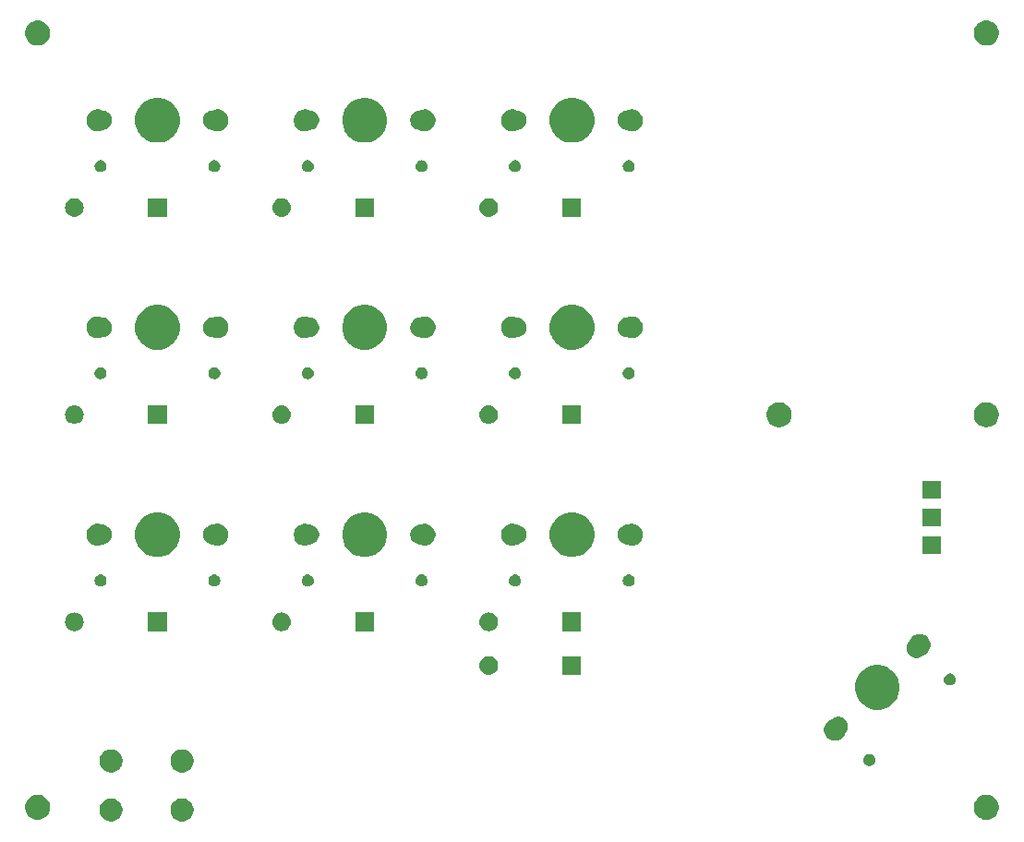
<source format=gts>
G04 #@! TF.GenerationSoftware,KiCad,Pcbnew,(5.1.4)-1*
G04 #@! TF.CreationDate,2019-11-23T21:45:35+09:00*
G04 #@! TF.ProjectId,sakure10m,73616b75-7265-4313-906d-2e6b69636164,rev?*
G04 #@! TF.SameCoordinates,Original*
G04 #@! TF.FileFunction,Soldermask,Top*
G04 #@! TF.FilePolarity,Negative*
%FSLAX46Y46*%
G04 Gerber Fmt 4.6, Leading zero omitted, Abs format (unit mm)*
G04 Created by KiCad (PCBNEW (5.1.4)-1) date 2019-11-23 21:45:35*
%MOMM*%
%LPD*%
G04 APERTURE LIST*
%ADD10C,0.100000*%
G04 APERTURE END LIST*
D10*
G36*
X87456564Y-113639389D02*
G01*
X87647833Y-113718615D01*
X87647835Y-113718616D01*
X87819973Y-113833635D01*
X87966365Y-113980027D01*
X88081385Y-114152167D01*
X88160611Y-114343436D01*
X88201000Y-114546484D01*
X88201000Y-114753516D01*
X88160611Y-114956564D01*
X88087231Y-115133719D01*
X88081384Y-115147835D01*
X87966365Y-115319973D01*
X87819973Y-115466365D01*
X87647835Y-115581384D01*
X87647834Y-115581385D01*
X87647833Y-115581385D01*
X87456564Y-115660611D01*
X87253516Y-115701000D01*
X87046484Y-115701000D01*
X86843436Y-115660611D01*
X86652167Y-115581385D01*
X86652166Y-115581385D01*
X86652165Y-115581384D01*
X86480027Y-115466365D01*
X86333635Y-115319973D01*
X86218616Y-115147835D01*
X86212769Y-115133719D01*
X86139389Y-114956564D01*
X86099000Y-114753516D01*
X86099000Y-114546484D01*
X86139389Y-114343436D01*
X86218615Y-114152167D01*
X86333635Y-113980027D01*
X86480027Y-113833635D01*
X86652165Y-113718616D01*
X86652167Y-113718615D01*
X86843436Y-113639389D01*
X87046484Y-113599000D01*
X87253516Y-113599000D01*
X87456564Y-113639389D01*
X87456564Y-113639389D01*
G37*
G36*
X80956564Y-113639389D02*
G01*
X81147833Y-113718615D01*
X81147835Y-113718616D01*
X81319973Y-113833635D01*
X81466365Y-113980027D01*
X81581385Y-114152167D01*
X81660611Y-114343436D01*
X81701000Y-114546484D01*
X81701000Y-114753516D01*
X81660611Y-114956564D01*
X81587231Y-115133719D01*
X81581384Y-115147835D01*
X81466365Y-115319973D01*
X81319973Y-115466365D01*
X81147835Y-115581384D01*
X81147834Y-115581385D01*
X81147833Y-115581385D01*
X80956564Y-115660611D01*
X80753516Y-115701000D01*
X80546484Y-115701000D01*
X80343436Y-115660611D01*
X80152167Y-115581385D01*
X80152166Y-115581385D01*
X80152165Y-115581384D01*
X79980027Y-115466365D01*
X79833635Y-115319973D01*
X79718616Y-115147835D01*
X79712769Y-115133719D01*
X79639389Y-114956564D01*
X79599000Y-114753516D01*
X79599000Y-114546484D01*
X79639389Y-114343436D01*
X79718615Y-114152167D01*
X79833635Y-113980027D01*
X79980027Y-113833635D01*
X80152165Y-113718616D01*
X80152167Y-113718615D01*
X80343436Y-113639389D01*
X80546484Y-113599000D01*
X80753516Y-113599000D01*
X80956564Y-113639389D01*
X80956564Y-113639389D01*
G37*
G36*
X161124549Y-113271116D02*
G01*
X161235734Y-113293232D01*
X161445203Y-113379997D01*
X161633720Y-113505960D01*
X161794040Y-113666280D01*
X161920003Y-113854797D01*
X162006768Y-114064266D01*
X162051000Y-114286636D01*
X162051000Y-114513364D01*
X162006768Y-114735734D01*
X161920003Y-114945203D01*
X161794040Y-115133720D01*
X161633720Y-115294040D01*
X161445203Y-115420003D01*
X161235734Y-115506768D01*
X161124549Y-115528884D01*
X161013365Y-115551000D01*
X160786635Y-115551000D01*
X160675451Y-115528884D01*
X160564266Y-115506768D01*
X160354797Y-115420003D01*
X160166280Y-115294040D01*
X160005960Y-115133720D01*
X159879997Y-114945203D01*
X159793232Y-114735734D01*
X159749000Y-114513364D01*
X159749000Y-114286636D01*
X159793232Y-114064266D01*
X159879997Y-113854797D01*
X160005960Y-113666280D01*
X160166280Y-113505960D01*
X160354797Y-113379997D01*
X160564266Y-113293232D01*
X160675451Y-113271116D01*
X160786635Y-113249000D01*
X161013365Y-113249000D01*
X161124549Y-113271116D01*
X161124549Y-113271116D01*
G37*
G36*
X74124549Y-113271116D02*
G01*
X74235734Y-113293232D01*
X74445203Y-113379997D01*
X74633720Y-113505960D01*
X74794040Y-113666280D01*
X74920003Y-113854797D01*
X75006768Y-114064266D01*
X75051000Y-114286636D01*
X75051000Y-114513364D01*
X75006768Y-114735734D01*
X74920003Y-114945203D01*
X74794040Y-115133720D01*
X74633720Y-115294040D01*
X74445203Y-115420003D01*
X74235734Y-115506768D01*
X74124549Y-115528884D01*
X74013365Y-115551000D01*
X73786635Y-115551000D01*
X73675451Y-115528884D01*
X73564266Y-115506768D01*
X73354797Y-115420003D01*
X73166280Y-115294040D01*
X73005960Y-115133720D01*
X72879997Y-114945203D01*
X72793232Y-114735734D01*
X72749000Y-114513364D01*
X72749000Y-114286636D01*
X72793232Y-114064266D01*
X72879997Y-113854797D01*
X73005960Y-113666280D01*
X73166280Y-113505960D01*
X73354797Y-113379997D01*
X73564266Y-113293232D01*
X73675451Y-113271116D01*
X73786635Y-113249000D01*
X74013365Y-113249000D01*
X74124549Y-113271116D01*
X74124549Y-113271116D01*
G37*
G36*
X80956564Y-109139389D02*
G01*
X81147833Y-109218615D01*
X81147835Y-109218616D01*
X81319973Y-109333635D01*
X81466365Y-109480027D01*
X81581385Y-109652167D01*
X81660611Y-109843436D01*
X81701000Y-110046484D01*
X81701000Y-110253516D01*
X81660611Y-110456564D01*
X81605020Y-110590772D01*
X81581384Y-110647835D01*
X81466365Y-110819973D01*
X81319973Y-110966365D01*
X81147835Y-111081384D01*
X81147834Y-111081385D01*
X81147833Y-111081385D01*
X80956564Y-111160611D01*
X80753516Y-111201000D01*
X80546484Y-111201000D01*
X80343436Y-111160611D01*
X80152167Y-111081385D01*
X80152166Y-111081385D01*
X80152165Y-111081384D01*
X79980027Y-110966365D01*
X79833635Y-110819973D01*
X79718616Y-110647835D01*
X79694980Y-110590772D01*
X79639389Y-110456564D01*
X79599000Y-110253516D01*
X79599000Y-110046484D01*
X79639389Y-109843436D01*
X79718615Y-109652167D01*
X79833635Y-109480027D01*
X79980027Y-109333635D01*
X80152165Y-109218616D01*
X80152167Y-109218615D01*
X80343436Y-109139389D01*
X80546484Y-109099000D01*
X80753516Y-109099000D01*
X80956564Y-109139389D01*
X80956564Y-109139389D01*
G37*
G36*
X87456564Y-109139389D02*
G01*
X87647833Y-109218615D01*
X87647835Y-109218616D01*
X87819973Y-109333635D01*
X87966365Y-109480027D01*
X88081385Y-109652167D01*
X88160611Y-109843436D01*
X88201000Y-110046484D01*
X88201000Y-110253516D01*
X88160611Y-110456564D01*
X88105020Y-110590772D01*
X88081384Y-110647835D01*
X87966365Y-110819973D01*
X87819973Y-110966365D01*
X87647835Y-111081384D01*
X87647834Y-111081385D01*
X87647833Y-111081385D01*
X87456564Y-111160611D01*
X87253516Y-111201000D01*
X87046484Y-111201000D01*
X86843436Y-111160611D01*
X86652167Y-111081385D01*
X86652166Y-111081385D01*
X86652165Y-111081384D01*
X86480027Y-110966365D01*
X86333635Y-110819973D01*
X86218616Y-110647835D01*
X86194980Y-110590772D01*
X86139389Y-110456564D01*
X86099000Y-110253516D01*
X86099000Y-110046484D01*
X86139389Y-109843436D01*
X86218615Y-109652167D01*
X86333635Y-109480027D01*
X86480027Y-109333635D01*
X86652165Y-109218616D01*
X86652167Y-109218615D01*
X86843436Y-109139389D01*
X87046484Y-109099000D01*
X87253516Y-109099000D01*
X87456564Y-109139389D01*
X87456564Y-109139389D01*
G37*
G36*
X150339472Y-109531120D02*
G01*
X150439746Y-109572655D01*
X150439747Y-109572656D01*
X150529993Y-109632956D01*
X150606741Y-109709704D01*
X150606742Y-109709706D01*
X150667042Y-109799951D01*
X150708577Y-109900225D01*
X150729751Y-110006676D01*
X150729751Y-110115216D01*
X150708577Y-110221667D01*
X150667042Y-110321941D01*
X150667041Y-110321942D01*
X150606741Y-110412188D01*
X150529993Y-110488936D01*
X150484563Y-110519291D01*
X150439746Y-110549237D01*
X150339472Y-110590772D01*
X150233021Y-110611946D01*
X150124481Y-110611946D01*
X150018030Y-110590772D01*
X149917756Y-110549237D01*
X149872939Y-110519291D01*
X149827509Y-110488936D01*
X149750761Y-110412188D01*
X149690461Y-110321942D01*
X149690460Y-110321941D01*
X149648925Y-110221667D01*
X149627751Y-110115216D01*
X149627751Y-110006676D01*
X149648925Y-109900225D01*
X149690460Y-109799951D01*
X149750760Y-109709706D01*
X149750761Y-109709704D01*
X149827509Y-109632956D01*
X149917755Y-109572656D01*
X149917756Y-109572655D01*
X150018030Y-109531120D01*
X150124481Y-109509946D01*
X150233021Y-109509946D01*
X150339472Y-109531120D01*
X150339472Y-109531120D01*
G37*
G36*
X147421410Y-106096029D02*
G01*
X147570710Y-106125726D01*
X147734682Y-106193646D01*
X147882252Y-106292249D01*
X148007751Y-106417748D01*
X148106354Y-106565318D01*
X148174274Y-106729290D01*
X148208898Y-106903361D01*
X148208898Y-107080843D01*
X148174274Y-107254914D01*
X148106354Y-107418886D01*
X148007751Y-107566456D01*
X147977092Y-107597115D01*
X147961556Y-107616046D01*
X147950005Y-107637657D01*
X147897987Y-107763238D01*
X147788440Y-107927187D01*
X147649013Y-108066614D01*
X147485064Y-108176161D01*
X147302894Y-108251619D01*
X147206198Y-108270853D01*
X147109504Y-108290087D01*
X146912322Y-108290087D01*
X146815628Y-108270853D01*
X146718932Y-108251619D01*
X146536762Y-108176161D01*
X146372813Y-108066614D01*
X146233386Y-107927187D01*
X146123839Y-107763238D01*
X146048381Y-107581068D01*
X146009913Y-107387677D01*
X146009913Y-107190497D01*
X146048381Y-106997106D01*
X146123839Y-106814936D01*
X146233386Y-106650987D01*
X146372813Y-106511560D01*
X146536762Y-106402013D01*
X146662343Y-106349995D01*
X146683954Y-106338444D01*
X146702885Y-106322908D01*
X146733544Y-106292249D01*
X146881114Y-106193646D01*
X147045086Y-106125726D01*
X147194386Y-106096029D01*
X147219156Y-106091102D01*
X147396640Y-106091102D01*
X147421410Y-106096029D01*
X147421410Y-106096029D01*
G37*
G36*
X151498254Y-101427818D02*
G01*
X151871511Y-101582426D01*
X151871513Y-101582427D01*
X152207436Y-101806884D01*
X152493116Y-102092564D01*
X152710403Y-102417756D01*
X152717574Y-102428489D01*
X152872182Y-102801746D01*
X152951000Y-103197993D01*
X152951000Y-103602007D01*
X152872182Y-103998254D01*
X152717574Y-104371511D01*
X152717573Y-104371513D01*
X152493116Y-104707436D01*
X152207436Y-104993116D01*
X151871513Y-105217573D01*
X151871512Y-105217574D01*
X151871511Y-105217574D01*
X151498254Y-105372182D01*
X151102007Y-105451000D01*
X150697993Y-105451000D01*
X150301746Y-105372182D01*
X149928489Y-105217574D01*
X149928488Y-105217574D01*
X149928487Y-105217573D01*
X149592564Y-104993116D01*
X149306884Y-104707436D01*
X149082427Y-104371513D01*
X149082426Y-104371511D01*
X148927818Y-103998254D01*
X148849000Y-103602007D01*
X148849000Y-103197993D01*
X148927818Y-102801746D01*
X149082426Y-102428489D01*
X149089598Y-102417756D01*
X149306884Y-102092564D01*
X149592564Y-101806884D01*
X149928487Y-101582427D01*
X149928489Y-101582426D01*
X150301746Y-101427818D01*
X150697993Y-101349000D01*
X151102007Y-101349000D01*
X151498254Y-101427818D01*
X151498254Y-101427818D01*
G37*
G36*
X157721667Y-102148925D02*
G01*
X157821941Y-102190460D01*
X157821942Y-102190461D01*
X157912188Y-102250761D01*
X157988936Y-102327509D01*
X157988937Y-102327511D01*
X158049237Y-102417756D01*
X158090772Y-102518030D01*
X158111946Y-102624481D01*
X158111946Y-102733021D01*
X158090772Y-102839472D01*
X158049237Y-102939746D01*
X158049236Y-102939747D01*
X157988936Y-103029993D01*
X157912188Y-103106741D01*
X157866758Y-103137096D01*
X157821941Y-103167042D01*
X157721667Y-103208577D01*
X157615216Y-103229751D01*
X157506676Y-103229751D01*
X157400225Y-103208577D01*
X157299951Y-103167042D01*
X157255134Y-103137096D01*
X157209704Y-103106741D01*
X157132956Y-103029993D01*
X157072656Y-102939747D01*
X157072655Y-102939746D01*
X157031120Y-102839472D01*
X157009946Y-102733021D01*
X157009946Y-102624481D01*
X157031120Y-102518030D01*
X157072655Y-102417756D01*
X157132955Y-102327511D01*
X157132956Y-102327509D01*
X157209704Y-102250761D01*
X157299950Y-102190461D01*
X157299951Y-102190460D01*
X157400225Y-102148925D01*
X157506676Y-102127751D01*
X157615216Y-102127751D01*
X157721667Y-102148925D01*
X157721667Y-102148925D01*
G37*
G36*
X115446823Y-100561313D02*
G01*
X115607242Y-100609976D01*
X115727533Y-100674273D01*
X115755078Y-100688996D01*
X115884659Y-100795341D01*
X115991004Y-100924922D01*
X115991005Y-100924924D01*
X116070024Y-101072758D01*
X116118687Y-101233177D01*
X116135117Y-101400000D01*
X116118687Y-101566823D01*
X116070024Y-101727242D01*
X116027454Y-101806884D01*
X115991004Y-101875078D01*
X115884659Y-102004659D01*
X115755078Y-102111004D01*
X115755076Y-102111005D01*
X115607242Y-102190024D01*
X115607239Y-102190025D01*
X115577380Y-102199083D01*
X115446823Y-102238687D01*
X115321804Y-102251000D01*
X115238196Y-102251000D01*
X115113177Y-102238687D01*
X114982620Y-102199083D01*
X114952761Y-102190025D01*
X114952758Y-102190024D01*
X114804924Y-102111005D01*
X114804922Y-102111004D01*
X114675341Y-102004659D01*
X114568996Y-101875078D01*
X114532546Y-101806884D01*
X114489976Y-101727242D01*
X114441313Y-101566823D01*
X114424883Y-101400000D01*
X114441313Y-101233177D01*
X114489976Y-101072758D01*
X114568995Y-100924924D01*
X114568996Y-100924922D01*
X114675341Y-100795341D01*
X114804922Y-100688996D01*
X114832467Y-100674273D01*
X114952758Y-100609976D01*
X115113177Y-100561313D01*
X115238196Y-100549000D01*
X115321804Y-100549000D01*
X115446823Y-100561313D01*
X115446823Y-100561313D01*
G37*
G36*
X123751000Y-102251000D02*
G01*
X122049000Y-102251000D01*
X122049000Y-100549000D01*
X123751000Y-100549000D01*
X123751000Y-102251000D01*
X123751000Y-102251000D01*
G37*
G36*
X155081068Y-98548381D02*
G01*
X155263238Y-98623839D01*
X155427187Y-98733386D01*
X155566614Y-98872813D01*
X155676161Y-99036762D01*
X155751619Y-99218932D01*
X155790087Y-99412323D01*
X155790087Y-99609503D01*
X155751619Y-99802894D01*
X155676161Y-99985064D01*
X155566614Y-100149013D01*
X155427187Y-100288440D01*
X155263238Y-100397987D01*
X155263237Y-100397988D01*
X155263236Y-100397988D01*
X155137657Y-100450005D01*
X155116046Y-100461556D01*
X155097115Y-100477092D01*
X155066456Y-100507751D01*
X154918886Y-100606354D01*
X154754914Y-100674274D01*
X154605614Y-100703971D01*
X154580844Y-100708898D01*
X154403360Y-100708898D01*
X154378590Y-100703971D01*
X154229290Y-100674274D01*
X154065318Y-100606354D01*
X153917748Y-100507751D01*
X153792249Y-100382252D01*
X153693646Y-100234682D01*
X153625726Y-100070710D01*
X153591102Y-99896639D01*
X153591102Y-99719157D01*
X153625726Y-99545086D01*
X153693646Y-99381114D01*
X153792249Y-99233544D01*
X153822908Y-99202885D01*
X153838444Y-99183954D01*
X153849995Y-99162343D01*
X153902012Y-99036764D01*
X153920268Y-99009442D01*
X154011560Y-98872813D01*
X154150987Y-98733386D01*
X154314936Y-98623839D01*
X154497106Y-98548381D01*
X154593802Y-98529147D01*
X154690496Y-98509913D01*
X154887678Y-98509913D01*
X155081068Y-98548381D01*
X155081068Y-98548381D01*
G37*
G36*
X123751000Y-98251000D02*
G01*
X122049000Y-98251000D01*
X122049000Y-96549000D01*
X123751000Y-96549000D01*
X123751000Y-98251000D01*
X123751000Y-98251000D01*
G37*
G36*
X77446823Y-96561313D02*
G01*
X77607242Y-96609976D01*
X77739906Y-96680886D01*
X77755078Y-96688996D01*
X77884659Y-96795341D01*
X77991004Y-96924922D01*
X77991005Y-96924924D01*
X78070024Y-97072758D01*
X78118687Y-97233177D01*
X78135117Y-97400000D01*
X78118687Y-97566823D01*
X78070024Y-97727242D01*
X77999114Y-97859906D01*
X77991004Y-97875078D01*
X77884659Y-98004659D01*
X77755078Y-98111004D01*
X77755076Y-98111005D01*
X77607242Y-98190024D01*
X77446823Y-98238687D01*
X77321804Y-98251000D01*
X77238196Y-98251000D01*
X77113177Y-98238687D01*
X76952758Y-98190024D01*
X76804924Y-98111005D01*
X76804922Y-98111004D01*
X76675341Y-98004659D01*
X76568996Y-97875078D01*
X76560886Y-97859906D01*
X76489976Y-97727242D01*
X76441313Y-97566823D01*
X76424883Y-97400000D01*
X76441313Y-97233177D01*
X76489976Y-97072758D01*
X76568995Y-96924924D01*
X76568996Y-96924922D01*
X76675341Y-96795341D01*
X76804922Y-96688996D01*
X76820094Y-96680886D01*
X76952758Y-96609976D01*
X77113177Y-96561313D01*
X77238196Y-96549000D01*
X77321804Y-96549000D01*
X77446823Y-96561313D01*
X77446823Y-96561313D01*
G37*
G36*
X85751000Y-98251000D02*
G01*
X84049000Y-98251000D01*
X84049000Y-96549000D01*
X85751000Y-96549000D01*
X85751000Y-98251000D01*
X85751000Y-98251000D01*
G37*
G36*
X96446823Y-96561313D02*
G01*
X96607242Y-96609976D01*
X96739906Y-96680886D01*
X96755078Y-96688996D01*
X96884659Y-96795341D01*
X96991004Y-96924922D01*
X96991005Y-96924924D01*
X97070024Y-97072758D01*
X97118687Y-97233177D01*
X97135117Y-97400000D01*
X97118687Y-97566823D01*
X97070024Y-97727242D01*
X96999114Y-97859906D01*
X96991004Y-97875078D01*
X96884659Y-98004659D01*
X96755078Y-98111004D01*
X96755076Y-98111005D01*
X96607242Y-98190024D01*
X96446823Y-98238687D01*
X96321804Y-98251000D01*
X96238196Y-98251000D01*
X96113177Y-98238687D01*
X95952758Y-98190024D01*
X95804924Y-98111005D01*
X95804922Y-98111004D01*
X95675341Y-98004659D01*
X95568996Y-97875078D01*
X95560886Y-97859906D01*
X95489976Y-97727242D01*
X95441313Y-97566823D01*
X95424883Y-97400000D01*
X95441313Y-97233177D01*
X95489976Y-97072758D01*
X95568995Y-96924924D01*
X95568996Y-96924922D01*
X95675341Y-96795341D01*
X95804922Y-96688996D01*
X95820094Y-96680886D01*
X95952758Y-96609976D01*
X96113177Y-96561313D01*
X96238196Y-96549000D01*
X96321804Y-96549000D01*
X96446823Y-96561313D01*
X96446823Y-96561313D01*
G37*
G36*
X104751000Y-98251000D02*
G01*
X103049000Y-98251000D01*
X103049000Y-96549000D01*
X104751000Y-96549000D01*
X104751000Y-98251000D01*
X104751000Y-98251000D01*
G37*
G36*
X115446823Y-96561313D02*
G01*
X115607242Y-96609976D01*
X115739906Y-96680886D01*
X115755078Y-96688996D01*
X115884659Y-96795341D01*
X115991004Y-96924922D01*
X115991005Y-96924924D01*
X116070024Y-97072758D01*
X116118687Y-97233177D01*
X116135117Y-97400000D01*
X116118687Y-97566823D01*
X116070024Y-97727242D01*
X115999114Y-97859906D01*
X115991004Y-97875078D01*
X115884659Y-98004659D01*
X115755078Y-98111004D01*
X115755076Y-98111005D01*
X115607242Y-98190024D01*
X115446823Y-98238687D01*
X115321804Y-98251000D01*
X115238196Y-98251000D01*
X115113177Y-98238687D01*
X114952758Y-98190024D01*
X114804924Y-98111005D01*
X114804922Y-98111004D01*
X114675341Y-98004659D01*
X114568996Y-97875078D01*
X114560886Y-97859906D01*
X114489976Y-97727242D01*
X114441313Y-97566823D01*
X114424883Y-97400000D01*
X114441313Y-97233177D01*
X114489976Y-97072758D01*
X114568995Y-96924924D01*
X114568996Y-96924922D01*
X114675341Y-96795341D01*
X114804922Y-96688996D01*
X114820094Y-96680886D01*
X114952758Y-96609976D01*
X115113177Y-96561313D01*
X115238196Y-96549000D01*
X115321804Y-96549000D01*
X115446823Y-96561313D01*
X115446823Y-96561313D01*
G37*
G36*
X79840721Y-93070174D02*
G01*
X79940995Y-93111709D01*
X79940996Y-93111710D01*
X80031242Y-93172010D01*
X80107990Y-93248758D01*
X80107991Y-93248760D01*
X80168291Y-93339005D01*
X80209826Y-93439279D01*
X80231000Y-93545730D01*
X80231000Y-93654270D01*
X80209826Y-93760721D01*
X80168291Y-93860995D01*
X80168290Y-93860996D01*
X80107990Y-93951242D01*
X80031242Y-94027990D01*
X79985812Y-94058345D01*
X79940995Y-94088291D01*
X79840721Y-94129826D01*
X79734270Y-94151000D01*
X79625730Y-94151000D01*
X79519279Y-94129826D01*
X79419005Y-94088291D01*
X79374188Y-94058345D01*
X79328758Y-94027990D01*
X79252010Y-93951242D01*
X79191710Y-93860996D01*
X79191709Y-93860995D01*
X79150174Y-93760721D01*
X79129000Y-93654270D01*
X79129000Y-93545730D01*
X79150174Y-93439279D01*
X79191709Y-93339005D01*
X79252009Y-93248760D01*
X79252010Y-93248758D01*
X79328758Y-93172010D01*
X79419004Y-93111710D01*
X79419005Y-93111709D01*
X79519279Y-93070174D01*
X79625730Y-93049000D01*
X79734270Y-93049000D01*
X79840721Y-93070174D01*
X79840721Y-93070174D01*
G37*
G36*
X90280721Y-93070174D02*
G01*
X90380995Y-93111709D01*
X90380996Y-93111710D01*
X90471242Y-93172010D01*
X90547990Y-93248758D01*
X90547991Y-93248760D01*
X90608291Y-93339005D01*
X90649826Y-93439279D01*
X90671000Y-93545730D01*
X90671000Y-93654270D01*
X90649826Y-93760721D01*
X90608291Y-93860995D01*
X90608290Y-93860996D01*
X90547990Y-93951242D01*
X90471242Y-94027990D01*
X90425812Y-94058345D01*
X90380995Y-94088291D01*
X90280721Y-94129826D01*
X90174270Y-94151000D01*
X90065730Y-94151000D01*
X89959279Y-94129826D01*
X89859005Y-94088291D01*
X89814188Y-94058345D01*
X89768758Y-94027990D01*
X89692010Y-93951242D01*
X89631710Y-93860996D01*
X89631709Y-93860995D01*
X89590174Y-93760721D01*
X89569000Y-93654270D01*
X89569000Y-93545730D01*
X89590174Y-93439279D01*
X89631709Y-93339005D01*
X89692009Y-93248760D01*
X89692010Y-93248758D01*
X89768758Y-93172010D01*
X89859004Y-93111710D01*
X89859005Y-93111709D01*
X89959279Y-93070174D01*
X90065730Y-93049000D01*
X90174270Y-93049000D01*
X90280721Y-93070174D01*
X90280721Y-93070174D01*
G37*
G36*
X109280721Y-93070174D02*
G01*
X109380995Y-93111709D01*
X109380996Y-93111710D01*
X109471242Y-93172010D01*
X109547990Y-93248758D01*
X109547991Y-93248760D01*
X109608291Y-93339005D01*
X109649826Y-93439279D01*
X109671000Y-93545730D01*
X109671000Y-93654270D01*
X109649826Y-93760721D01*
X109608291Y-93860995D01*
X109608290Y-93860996D01*
X109547990Y-93951242D01*
X109471242Y-94027990D01*
X109425812Y-94058345D01*
X109380995Y-94088291D01*
X109280721Y-94129826D01*
X109174270Y-94151000D01*
X109065730Y-94151000D01*
X108959279Y-94129826D01*
X108859005Y-94088291D01*
X108814188Y-94058345D01*
X108768758Y-94027990D01*
X108692010Y-93951242D01*
X108631710Y-93860996D01*
X108631709Y-93860995D01*
X108590174Y-93760721D01*
X108569000Y-93654270D01*
X108569000Y-93545730D01*
X108590174Y-93439279D01*
X108631709Y-93339005D01*
X108692009Y-93248760D01*
X108692010Y-93248758D01*
X108768758Y-93172010D01*
X108859004Y-93111710D01*
X108859005Y-93111709D01*
X108959279Y-93070174D01*
X109065730Y-93049000D01*
X109174270Y-93049000D01*
X109280721Y-93070174D01*
X109280721Y-93070174D01*
G37*
G36*
X128280721Y-93070174D02*
G01*
X128380995Y-93111709D01*
X128380996Y-93111710D01*
X128471242Y-93172010D01*
X128547990Y-93248758D01*
X128547991Y-93248760D01*
X128608291Y-93339005D01*
X128649826Y-93439279D01*
X128671000Y-93545730D01*
X128671000Y-93654270D01*
X128649826Y-93760721D01*
X128608291Y-93860995D01*
X128608290Y-93860996D01*
X128547990Y-93951242D01*
X128471242Y-94027990D01*
X128425812Y-94058345D01*
X128380995Y-94088291D01*
X128280721Y-94129826D01*
X128174270Y-94151000D01*
X128065730Y-94151000D01*
X127959279Y-94129826D01*
X127859005Y-94088291D01*
X127814188Y-94058345D01*
X127768758Y-94027990D01*
X127692010Y-93951242D01*
X127631710Y-93860996D01*
X127631709Y-93860995D01*
X127590174Y-93760721D01*
X127569000Y-93654270D01*
X127569000Y-93545730D01*
X127590174Y-93439279D01*
X127631709Y-93339005D01*
X127692009Y-93248760D01*
X127692010Y-93248758D01*
X127768758Y-93172010D01*
X127859004Y-93111710D01*
X127859005Y-93111709D01*
X127959279Y-93070174D01*
X128065730Y-93049000D01*
X128174270Y-93049000D01*
X128280721Y-93070174D01*
X128280721Y-93070174D01*
G37*
G36*
X117840721Y-93070174D02*
G01*
X117940995Y-93111709D01*
X117940996Y-93111710D01*
X118031242Y-93172010D01*
X118107990Y-93248758D01*
X118107991Y-93248760D01*
X118168291Y-93339005D01*
X118209826Y-93439279D01*
X118231000Y-93545730D01*
X118231000Y-93654270D01*
X118209826Y-93760721D01*
X118168291Y-93860995D01*
X118168290Y-93860996D01*
X118107990Y-93951242D01*
X118031242Y-94027990D01*
X117985812Y-94058345D01*
X117940995Y-94088291D01*
X117840721Y-94129826D01*
X117734270Y-94151000D01*
X117625730Y-94151000D01*
X117519279Y-94129826D01*
X117419005Y-94088291D01*
X117374188Y-94058345D01*
X117328758Y-94027990D01*
X117252010Y-93951242D01*
X117191710Y-93860996D01*
X117191709Y-93860995D01*
X117150174Y-93760721D01*
X117129000Y-93654270D01*
X117129000Y-93545730D01*
X117150174Y-93439279D01*
X117191709Y-93339005D01*
X117252009Y-93248760D01*
X117252010Y-93248758D01*
X117328758Y-93172010D01*
X117419004Y-93111710D01*
X117419005Y-93111709D01*
X117519279Y-93070174D01*
X117625730Y-93049000D01*
X117734270Y-93049000D01*
X117840721Y-93070174D01*
X117840721Y-93070174D01*
G37*
G36*
X98840721Y-93070174D02*
G01*
X98940995Y-93111709D01*
X98940996Y-93111710D01*
X99031242Y-93172010D01*
X99107990Y-93248758D01*
X99107991Y-93248760D01*
X99168291Y-93339005D01*
X99209826Y-93439279D01*
X99231000Y-93545730D01*
X99231000Y-93654270D01*
X99209826Y-93760721D01*
X99168291Y-93860995D01*
X99168290Y-93860996D01*
X99107990Y-93951242D01*
X99031242Y-94027990D01*
X98985812Y-94058345D01*
X98940995Y-94088291D01*
X98840721Y-94129826D01*
X98734270Y-94151000D01*
X98625730Y-94151000D01*
X98519279Y-94129826D01*
X98419005Y-94088291D01*
X98374188Y-94058345D01*
X98328758Y-94027990D01*
X98252010Y-93951242D01*
X98191710Y-93860996D01*
X98191709Y-93860995D01*
X98150174Y-93760721D01*
X98129000Y-93654270D01*
X98129000Y-93545730D01*
X98150174Y-93439279D01*
X98191709Y-93339005D01*
X98252009Y-93248760D01*
X98252010Y-93248758D01*
X98328758Y-93172010D01*
X98419004Y-93111710D01*
X98419005Y-93111709D01*
X98519279Y-93070174D01*
X98625730Y-93049000D01*
X98734270Y-93049000D01*
X98840721Y-93070174D01*
X98840721Y-93070174D01*
G37*
G36*
X123498254Y-87427818D02*
G01*
X123871511Y-87582426D01*
X123871513Y-87582427D01*
X124207436Y-87806884D01*
X124493116Y-88092564D01*
X124717574Y-88428489D01*
X124872182Y-88801746D01*
X124951000Y-89197993D01*
X124951000Y-89602007D01*
X124872182Y-89998254D01*
X124742839Y-90310515D01*
X124717573Y-90371513D01*
X124493116Y-90707436D01*
X124207436Y-90993116D01*
X123871513Y-91217573D01*
X123871512Y-91217574D01*
X123871511Y-91217574D01*
X123498254Y-91372182D01*
X123102007Y-91451000D01*
X122697993Y-91451000D01*
X122301746Y-91372182D01*
X121928489Y-91217574D01*
X121928488Y-91217574D01*
X121928487Y-91217573D01*
X121592564Y-90993116D01*
X121306884Y-90707436D01*
X121082427Y-90371513D01*
X121057161Y-90310515D01*
X120927818Y-89998254D01*
X120849000Y-89602007D01*
X120849000Y-89197993D01*
X120927818Y-88801746D01*
X121082426Y-88428489D01*
X121306884Y-88092564D01*
X121592564Y-87806884D01*
X121928487Y-87582427D01*
X121928489Y-87582426D01*
X122301746Y-87427818D01*
X122697993Y-87349000D01*
X123102007Y-87349000D01*
X123498254Y-87427818D01*
X123498254Y-87427818D01*
G37*
G36*
X104498254Y-87427818D02*
G01*
X104871511Y-87582426D01*
X104871513Y-87582427D01*
X105207436Y-87806884D01*
X105493116Y-88092564D01*
X105717574Y-88428489D01*
X105872182Y-88801746D01*
X105951000Y-89197993D01*
X105951000Y-89602007D01*
X105872182Y-89998254D01*
X105742839Y-90310515D01*
X105717573Y-90371513D01*
X105493116Y-90707436D01*
X105207436Y-90993116D01*
X104871513Y-91217573D01*
X104871512Y-91217574D01*
X104871511Y-91217574D01*
X104498254Y-91372182D01*
X104102007Y-91451000D01*
X103697993Y-91451000D01*
X103301746Y-91372182D01*
X102928489Y-91217574D01*
X102928488Y-91217574D01*
X102928487Y-91217573D01*
X102592564Y-90993116D01*
X102306884Y-90707436D01*
X102082427Y-90371513D01*
X102057161Y-90310515D01*
X101927818Y-89998254D01*
X101849000Y-89602007D01*
X101849000Y-89197993D01*
X101927818Y-88801746D01*
X102082426Y-88428489D01*
X102306884Y-88092564D01*
X102592564Y-87806884D01*
X102928487Y-87582427D01*
X102928489Y-87582426D01*
X103301746Y-87427818D01*
X103697993Y-87349000D01*
X104102007Y-87349000D01*
X104498254Y-87427818D01*
X104498254Y-87427818D01*
G37*
G36*
X85498254Y-87427818D02*
G01*
X85871511Y-87582426D01*
X85871513Y-87582427D01*
X86207436Y-87806884D01*
X86493116Y-88092564D01*
X86717574Y-88428489D01*
X86872182Y-88801746D01*
X86951000Y-89197993D01*
X86951000Y-89602007D01*
X86872182Y-89998254D01*
X86742839Y-90310515D01*
X86717573Y-90371513D01*
X86493116Y-90707436D01*
X86207436Y-90993116D01*
X85871513Y-91217573D01*
X85871512Y-91217574D01*
X85871511Y-91217574D01*
X85498254Y-91372182D01*
X85102007Y-91451000D01*
X84697993Y-91451000D01*
X84301746Y-91372182D01*
X83928489Y-91217574D01*
X83928488Y-91217574D01*
X83928487Y-91217573D01*
X83592564Y-90993116D01*
X83306884Y-90707436D01*
X83082427Y-90371513D01*
X83057161Y-90310515D01*
X82927818Y-89998254D01*
X82849000Y-89602007D01*
X82849000Y-89197993D01*
X82927818Y-88801746D01*
X83082426Y-88428489D01*
X83306884Y-88092564D01*
X83592564Y-87806884D01*
X83928487Y-87582427D01*
X83928489Y-87582426D01*
X84301746Y-87427818D01*
X84697993Y-87349000D01*
X85102007Y-87349000D01*
X85498254Y-87427818D01*
X85498254Y-87427818D01*
G37*
G36*
X156713000Y-91213000D02*
G01*
X155087000Y-91213000D01*
X155087000Y-89587000D01*
X156713000Y-89587000D01*
X156713000Y-91213000D01*
X156713000Y-91213000D01*
G37*
G36*
X117691981Y-88437468D02*
G01*
X117812310Y-88487311D01*
X117817560Y-88489485D01*
X117841009Y-88496598D01*
X117865395Y-88499000D01*
X117908742Y-88499000D01*
X117933512Y-88503927D01*
X118082812Y-88533624D01*
X118246784Y-88601544D01*
X118394354Y-88700147D01*
X118519853Y-88825646D01*
X118618456Y-88973216D01*
X118686376Y-89137188D01*
X118721000Y-89311259D01*
X118721000Y-89488741D01*
X118686376Y-89662812D01*
X118618456Y-89826784D01*
X118519853Y-89974354D01*
X118394354Y-90099853D01*
X118246784Y-90198456D01*
X118082812Y-90266376D01*
X117933512Y-90296073D01*
X117908742Y-90301000D01*
X117865395Y-90301000D01*
X117841009Y-90303402D01*
X117817560Y-90310515D01*
X117691981Y-90362532D01*
X117595285Y-90381766D01*
X117498591Y-90401000D01*
X117301409Y-90401000D01*
X117204715Y-90381766D01*
X117108019Y-90362532D01*
X116925849Y-90287074D01*
X116761900Y-90177527D01*
X116622473Y-90038100D01*
X116512926Y-89874151D01*
X116437468Y-89691981D01*
X116399000Y-89498590D01*
X116399000Y-89301410D01*
X116437468Y-89108019D01*
X116512926Y-88925849D01*
X116622473Y-88761900D01*
X116761900Y-88622473D01*
X116925849Y-88512926D01*
X117108019Y-88437468D01*
X117301409Y-88399000D01*
X117498591Y-88399000D01*
X117691981Y-88437468D01*
X117691981Y-88437468D01*
G37*
G36*
X79691981Y-88437468D02*
G01*
X79812310Y-88487311D01*
X79817560Y-88489485D01*
X79841009Y-88496598D01*
X79865395Y-88499000D01*
X79908742Y-88499000D01*
X79933512Y-88503927D01*
X80082812Y-88533624D01*
X80246784Y-88601544D01*
X80394354Y-88700147D01*
X80519853Y-88825646D01*
X80618456Y-88973216D01*
X80686376Y-89137188D01*
X80721000Y-89311259D01*
X80721000Y-89488741D01*
X80686376Y-89662812D01*
X80618456Y-89826784D01*
X80519853Y-89974354D01*
X80394354Y-90099853D01*
X80246784Y-90198456D01*
X80082812Y-90266376D01*
X79933512Y-90296073D01*
X79908742Y-90301000D01*
X79865395Y-90301000D01*
X79841009Y-90303402D01*
X79817560Y-90310515D01*
X79691981Y-90362532D01*
X79595285Y-90381766D01*
X79498591Y-90401000D01*
X79301409Y-90401000D01*
X79204715Y-90381766D01*
X79108019Y-90362532D01*
X78925849Y-90287074D01*
X78761900Y-90177527D01*
X78622473Y-90038100D01*
X78512926Y-89874151D01*
X78437468Y-89691981D01*
X78399000Y-89498590D01*
X78399000Y-89301410D01*
X78437468Y-89108019D01*
X78512926Y-88925849D01*
X78622473Y-88761900D01*
X78761900Y-88622473D01*
X78925849Y-88512926D01*
X79108019Y-88437468D01*
X79301409Y-88399000D01*
X79498591Y-88399000D01*
X79691981Y-88437468D01*
X79691981Y-88437468D01*
G37*
G36*
X90691981Y-88437468D02*
G01*
X90874151Y-88512926D01*
X91038100Y-88622473D01*
X91177527Y-88761900D01*
X91287074Y-88925849D01*
X91362532Y-89108019D01*
X91401000Y-89301410D01*
X91401000Y-89498590D01*
X91362532Y-89691981D01*
X91287074Y-89874151D01*
X91177527Y-90038100D01*
X91038100Y-90177527D01*
X90874151Y-90287074D01*
X90691981Y-90362532D01*
X90595285Y-90381766D01*
X90498591Y-90401000D01*
X90301409Y-90401000D01*
X90204715Y-90381766D01*
X90108019Y-90362532D01*
X89982440Y-90310515D01*
X89958991Y-90303402D01*
X89934605Y-90301000D01*
X89891258Y-90301000D01*
X89866488Y-90296073D01*
X89717188Y-90266376D01*
X89553216Y-90198456D01*
X89405646Y-90099853D01*
X89280147Y-89974354D01*
X89181544Y-89826784D01*
X89113624Y-89662812D01*
X89079000Y-89488741D01*
X89079000Y-89311259D01*
X89113624Y-89137188D01*
X89181544Y-88973216D01*
X89280147Y-88825646D01*
X89405646Y-88700147D01*
X89553216Y-88601544D01*
X89717188Y-88533624D01*
X89866488Y-88503927D01*
X89891258Y-88499000D01*
X89934605Y-88499000D01*
X89958991Y-88496598D01*
X89982440Y-88489485D01*
X89987690Y-88487311D01*
X90108019Y-88437468D01*
X90301409Y-88399000D01*
X90498591Y-88399000D01*
X90691981Y-88437468D01*
X90691981Y-88437468D01*
G37*
G36*
X98691981Y-88437468D02*
G01*
X98812310Y-88487311D01*
X98817560Y-88489485D01*
X98841009Y-88496598D01*
X98865395Y-88499000D01*
X98908742Y-88499000D01*
X98933512Y-88503927D01*
X99082812Y-88533624D01*
X99246784Y-88601544D01*
X99394354Y-88700147D01*
X99519853Y-88825646D01*
X99618456Y-88973216D01*
X99686376Y-89137188D01*
X99721000Y-89311259D01*
X99721000Y-89488741D01*
X99686376Y-89662812D01*
X99618456Y-89826784D01*
X99519853Y-89974354D01*
X99394354Y-90099853D01*
X99246784Y-90198456D01*
X99082812Y-90266376D01*
X98933512Y-90296073D01*
X98908742Y-90301000D01*
X98865395Y-90301000D01*
X98841009Y-90303402D01*
X98817560Y-90310515D01*
X98691981Y-90362532D01*
X98595285Y-90381766D01*
X98498591Y-90401000D01*
X98301409Y-90401000D01*
X98204715Y-90381766D01*
X98108019Y-90362532D01*
X97925849Y-90287074D01*
X97761900Y-90177527D01*
X97622473Y-90038100D01*
X97512926Y-89874151D01*
X97437468Y-89691981D01*
X97399000Y-89498590D01*
X97399000Y-89301410D01*
X97437468Y-89108019D01*
X97512926Y-88925849D01*
X97622473Y-88761900D01*
X97761900Y-88622473D01*
X97925849Y-88512926D01*
X98108019Y-88437468D01*
X98301409Y-88399000D01*
X98498591Y-88399000D01*
X98691981Y-88437468D01*
X98691981Y-88437468D01*
G37*
G36*
X109691981Y-88437468D02*
G01*
X109874151Y-88512926D01*
X110038100Y-88622473D01*
X110177527Y-88761900D01*
X110287074Y-88925849D01*
X110362532Y-89108019D01*
X110401000Y-89301410D01*
X110401000Y-89498590D01*
X110362532Y-89691981D01*
X110287074Y-89874151D01*
X110177527Y-90038100D01*
X110038100Y-90177527D01*
X109874151Y-90287074D01*
X109691981Y-90362532D01*
X109595285Y-90381766D01*
X109498591Y-90401000D01*
X109301409Y-90401000D01*
X109204715Y-90381766D01*
X109108019Y-90362532D01*
X108982440Y-90310515D01*
X108958991Y-90303402D01*
X108934605Y-90301000D01*
X108891258Y-90301000D01*
X108866488Y-90296073D01*
X108717188Y-90266376D01*
X108553216Y-90198456D01*
X108405646Y-90099853D01*
X108280147Y-89974354D01*
X108181544Y-89826784D01*
X108113624Y-89662812D01*
X108079000Y-89488741D01*
X108079000Y-89311259D01*
X108113624Y-89137188D01*
X108181544Y-88973216D01*
X108280147Y-88825646D01*
X108405646Y-88700147D01*
X108553216Y-88601544D01*
X108717188Y-88533624D01*
X108866488Y-88503927D01*
X108891258Y-88499000D01*
X108934605Y-88499000D01*
X108958991Y-88496598D01*
X108982440Y-88489485D01*
X108987690Y-88487311D01*
X109108019Y-88437468D01*
X109301409Y-88399000D01*
X109498591Y-88399000D01*
X109691981Y-88437468D01*
X109691981Y-88437468D01*
G37*
G36*
X128691981Y-88437468D02*
G01*
X128874151Y-88512926D01*
X129038100Y-88622473D01*
X129177527Y-88761900D01*
X129287074Y-88925849D01*
X129362532Y-89108019D01*
X129401000Y-89301410D01*
X129401000Y-89498590D01*
X129362532Y-89691981D01*
X129287074Y-89874151D01*
X129177527Y-90038100D01*
X129038100Y-90177527D01*
X128874151Y-90287074D01*
X128691981Y-90362532D01*
X128595285Y-90381766D01*
X128498591Y-90401000D01*
X128301409Y-90401000D01*
X128204715Y-90381766D01*
X128108019Y-90362532D01*
X127982440Y-90310515D01*
X127958991Y-90303402D01*
X127934605Y-90301000D01*
X127891258Y-90301000D01*
X127866488Y-90296073D01*
X127717188Y-90266376D01*
X127553216Y-90198456D01*
X127405646Y-90099853D01*
X127280147Y-89974354D01*
X127181544Y-89826784D01*
X127113624Y-89662812D01*
X127079000Y-89488741D01*
X127079000Y-89311259D01*
X127113624Y-89137188D01*
X127181544Y-88973216D01*
X127280147Y-88825646D01*
X127405646Y-88700147D01*
X127553216Y-88601544D01*
X127717188Y-88533624D01*
X127866488Y-88503927D01*
X127891258Y-88499000D01*
X127934605Y-88499000D01*
X127958991Y-88496598D01*
X127982440Y-88489485D01*
X127987690Y-88487311D01*
X128108019Y-88437468D01*
X128301409Y-88399000D01*
X128498591Y-88399000D01*
X128691981Y-88437468D01*
X128691981Y-88437468D01*
G37*
G36*
X156713000Y-88673000D02*
G01*
X155087000Y-88673000D01*
X155087000Y-87047000D01*
X156713000Y-87047000D01*
X156713000Y-88673000D01*
X156713000Y-88673000D01*
G37*
G36*
X156713000Y-86133000D02*
G01*
X155087000Y-86133000D01*
X155087000Y-84507000D01*
X156713000Y-84507000D01*
X156713000Y-86133000D01*
X156713000Y-86133000D01*
G37*
G36*
X161124549Y-77271116D02*
G01*
X161235734Y-77293232D01*
X161445203Y-77379997D01*
X161633720Y-77505960D01*
X161794040Y-77666280D01*
X161920003Y-77854797D01*
X162006768Y-78064266D01*
X162051000Y-78286636D01*
X162051000Y-78513364D01*
X162006768Y-78735734D01*
X161920003Y-78945203D01*
X161794040Y-79133720D01*
X161633720Y-79294040D01*
X161445203Y-79420003D01*
X161235734Y-79506768D01*
X161124549Y-79528884D01*
X161013365Y-79551000D01*
X160786635Y-79551000D01*
X160675451Y-79528884D01*
X160564266Y-79506768D01*
X160354797Y-79420003D01*
X160166280Y-79294040D01*
X160005960Y-79133720D01*
X159879997Y-78945203D01*
X159793232Y-78735734D01*
X159749000Y-78513364D01*
X159749000Y-78286636D01*
X159793232Y-78064266D01*
X159879997Y-77854797D01*
X160005960Y-77666280D01*
X160166280Y-77505960D01*
X160354797Y-77379997D01*
X160564266Y-77293232D01*
X160675451Y-77271116D01*
X160786635Y-77249000D01*
X161013365Y-77249000D01*
X161124549Y-77271116D01*
X161124549Y-77271116D01*
G37*
G36*
X142124549Y-77271116D02*
G01*
X142235734Y-77293232D01*
X142445203Y-77379997D01*
X142633720Y-77505960D01*
X142794040Y-77666280D01*
X142920003Y-77854797D01*
X143006768Y-78064266D01*
X143051000Y-78286636D01*
X143051000Y-78513364D01*
X143006768Y-78735734D01*
X142920003Y-78945203D01*
X142794040Y-79133720D01*
X142633720Y-79294040D01*
X142445203Y-79420003D01*
X142235734Y-79506768D01*
X142124549Y-79528884D01*
X142013365Y-79551000D01*
X141786635Y-79551000D01*
X141675451Y-79528884D01*
X141564266Y-79506768D01*
X141354797Y-79420003D01*
X141166280Y-79294040D01*
X141005960Y-79133720D01*
X140879997Y-78945203D01*
X140793232Y-78735734D01*
X140749000Y-78513364D01*
X140749000Y-78286636D01*
X140793232Y-78064266D01*
X140879997Y-77854797D01*
X141005960Y-77666280D01*
X141166280Y-77505960D01*
X141354797Y-77379997D01*
X141564266Y-77293232D01*
X141675451Y-77271116D01*
X141786635Y-77249000D01*
X142013365Y-77249000D01*
X142124549Y-77271116D01*
X142124549Y-77271116D01*
G37*
G36*
X104751000Y-79251000D02*
G01*
X103049000Y-79251000D01*
X103049000Y-77549000D01*
X104751000Y-77549000D01*
X104751000Y-79251000D01*
X104751000Y-79251000D01*
G37*
G36*
X123751000Y-79251000D02*
G01*
X122049000Y-79251000D01*
X122049000Y-77549000D01*
X123751000Y-77549000D01*
X123751000Y-79251000D01*
X123751000Y-79251000D01*
G37*
G36*
X85751000Y-79251000D02*
G01*
X84049000Y-79251000D01*
X84049000Y-77549000D01*
X85751000Y-77549000D01*
X85751000Y-79251000D01*
X85751000Y-79251000D01*
G37*
G36*
X115446823Y-77561313D02*
G01*
X115607242Y-77609976D01*
X115712579Y-77666280D01*
X115755078Y-77688996D01*
X115884659Y-77795341D01*
X115991004Y-77924922D01*
X115991005Y-77924924D01*
X116070024Y-78072758D01*
X116118687Y-78233177D01*
X116135117Y-78400000D01*
X116118687Y-78566823D01*
X116070024Y-78727242D01*
X115999114Y-78859906D01*
X115991004Y-78875078D01*
X115884659Y-79004659D01*
X115755078Y-79111004D01*
X115755076Y-79111005D01*
X115607242Y-79190024D01*
X115446823Y-79238687D01*
X115321804Y-79251000D01*
X115238196Y-79251000D01*
X115113177Y-79238687D01*
X114952758Y-79190024D01*
X114804924Y-79111005D01*
X114804922Y-79111004D01*
X114675341Y-79004659D01*
X114568996Y-78875078D01*
X114560886Y-78859906D01*
X114489976Y-78727242D01*
X114441313Y-78566823D01*
X114424883Y-78400000D01*
X114441313Y-78233177D01*
X114489976Y-78072758D01*
X114568995Y-77924924D01*
X114568996Y-77924922D01*
X114675341Y-77795341D01*
X114804922Y-77688996D01*
X114847421Y-77666280D01*
X114952758Y-77609976D01*
X115113177Y-77561313D01*
X115238196Y-77549000D01*
X115321804Y-77549000D01*
X115446823Y-77561313D01*
X115446823Y-77561313D01*
G37*
G36*
X77446823Y-77561313D02*
G01*
X77607242Y-77609976D01*
X77712579Y-77666280D01*
X77755078Y-77688996D01*
X77884659Y-77795341D01*
X77991004Y-77924922D01*
X77991005Y-77924924D01*
X78070024Y-78072758D01*
X78118687Y-78233177D01*
X78135117Y-78400000D01*
X78118687Y-78566823D01*
X78070024Y-78727242D01*
X77999114Y-78859906D01*
X77991004Y-78875078D01*
X77884659Y-79004659D01*
X77755078Y-79111004D01*
X77755076Y-79111005D01*
X77607242Y-79190024D01*
X77446823Y-79238687D01*
X77321804Y-79251000D01*
X77238196Y-79251000D01*
X77113177Y-79238687D01*
X76952758Y-79190024D01*
X76804924Y-79111005D01*
X76804922Y-79111004D01*
X76675341Y-79004659D01*
X76568996Y-78875078D01*
X76560886Y-78859906D01*
X76489976Y-78727242D01*
X76441313Y-78566823D01*
X76424883Y-78400000D01*
X76441313Y-78233177D01*
X76489976Y-78072758D01*
X76568995Y-77924924D01*
X76568996Y-77924922D01*
X76675341Y-77795341D01*
X76804922Y-77688996D01*
X76847421Y-77666280D01*
X76952758Y-77609976D01*
X77113177Y-77561313D01*
X77238196Y-77549000D01*
X77321804Y-77549000D01*
X77446823Y-77561313D01*
X77446823Y-77561313D01*
G37*
G36*
X96446823Y-77561313D02*
G01*
X96607242Y-77609976D01*
X96712579Y-77666280D01*
X96755078Y-77688996D01*
X96884659Y-77795341D01*
X96991004Y-77924922D01*
X96991005Y-77924924D01*
X97070024Y-78072758D01*
X97118687Y-78233177D01*
X97135117Y-78400000D01*
X97118687Y-78566823D01*
X97070024Y-78727242D01*
X96999114Y-78859906D01*
X96991004Y-78875078D01*
X96884659Y-79004659D01*
X96755078Y-79111004D01*
X96755076Y-79111005D01*
X96607242Y-79190024D01*
X96446823Y-79238687D01*
X96321804Y-79251000D01*
X96238196Y-79251000D01*
X96113177Y-79238687D01*
X95952758Y-79190024D01*
X95804924Y-79111005D01*
X95804922Y-79111004D01*
X95675341Y-79004659D01*
X95568996Y-78875078D01*
X95560886Y-78859906D01*
X95489976Y-78727242D01*
X95441313Y-78566823D01*
X95424883Y-78400000D01*
X95441313Y-78233177D01*
X95489976Y-78072758D01*
X95568995Y-77924924D01*
X95568996Y-77924922D01*
X95675341Y-77795341D01*
X95804922Y-77688996D01*
X95847421Y-77666280D01*
X95952758Y-77609976D01*
X96113177Y-77561313D01*
X96238196Y-77549000D01*
X96321804Y-77549000D01*
X96446823Y-77561313D01*
X96446823Y-77561313D01*
G37*
G36*
X90280721Y-74070174D02*
G01*
X90380995Y-74111709D01*
X90380996Y-74111710D01*
X90471242Y-74172010D01*
X90547990Y-74248758D01*
X90547991Y-74248760D01*
X90608291Y-74339005D01*
X90649826Y-74439279D01*
X90671000Y-74545730D01*
X90671000Y-74654270D01*
X90649826Y-74760721D01*
X90608291Y-74860995D01*
X90608290Y-74860996D01*
X90547990Y-74951242D01*
X90471242Y-75027990D01*
X90425812Y-75058345D01*
X90380995Y-75088291D01*
X90280721Y-75129826D01*
X90174270Y-75151000D01*
X90065730Y-75151000D01*
X89959279Y-75129826D01*
X89859005Y-75088291D01*
X89814188Y-75058345D01*
X89768758Y-75027990D01*
X89692010Y-74951242D01*
X89631710Y-74860996D01*
X89631709Y-74860995D01*
X89590174Y-74760721D01*
X89569000Y-74654270D01*
X89569000Y-74545730D01*
X89590174Y-74439279D01*
X89631709Y-74339005D01*
X89692009Y-74248760D01*
X89692010Y-74248758D01*
X89768758Y-74172010D01*
X89859004Y-74111710D01*
X89859005Y-74111709D01*
X89959279Y-74070174D01*
X90065730Y-74049000D01*
X90174270Y-74049000D01*
X90280721Y-74070174D01*
X90280721Y-74070174D01*
G37*
G36*
X109280721Y-74070174D02*
G01*
X109380995Y-74111709D01*
X109380996Y-74111710D01*
X109471242Y-74172010D01*
X109547990Y-74248758D01*
X109547991Y-74248760D01*
X109608291Y-74339005D01*
X109649826Y-74439279D01*
X109671000Y-74545730D01*
X109671000Y-74654270D01*
X109649826Y-74760721D01*
X109608291Y-74860995D01*
X109608290Y-74860996D01*
X109547990Y-74951242D01*
X109471242Y-75027990D01*
X109425812Y-75058345D01*
X109380995Y-75088291D01*
X109280721Y-75129826D01*
X109174270Y-75151000D01*
X109065730Y-75151000D01*
X108959279Y-75129826D01*
X108859005Y-75088291D01*
X108814188Y-75058345D01*
X108768758Y-75027990D01*
X108692010Y-74951242D01*
X108631710Y-74860996D01*
X108631709Y-74860995D01*
X108590174Y-74760721D01*
X108569000Y-74654270D01*
X108569000Y-74545730D01*
X108590174Y-74439279D01*
X108631709Y-74339005D01*
X108692009Y-74248760D01*
X108692010Y-74248758D01*
X108768758Y-74172010D01*
X108859004Y-74111710D01*
X108859005Y-74111709D01*
X108959279Y-74070174D01*
X109065730Y-74049000D01*
X109174270Y-74049000D01*
X109280721Y-74070174D01*
X109280721Y-74070174D01*
G37*
G36*
X117840721Y-74070174D02*
G01*
X117940995Y-74111709D01*
X117940996Y-74111710D01*
X118031242Y-74172010D01*
X118107990Y-74248758D01*
X118107991Y-74248760D01*
X118168291Y-74339005D01*
X118209826Y-74439279D01*
X118231000Y-74545730D01*
X118231000Y-74654270D01*
X118209826Y-74760721D01*
X118168291Y-74860995D01*
X118168290Y-74860996D01*
X118107990Y-74951242D01*
X118031242Y-75027990D01*
X117985812Y-75058345D01*
X117940995Y-75088291D01*
X117840721Y-75129826D01*
X117734270Y-75151000D01*
X117625730Y-75151000D01*
X117519279Y-75129826D01*
X117419005Y-75088291D01*
X117374188Y-75058345D01*
X117328758Y-75027990D01*
X117252010Y-74951242D01*
X117191710Y-74860996D01*
X117191709Y-74860995D01*
X117150174Y-74760721D01*
X117129000Y-74654270D01*
X117129000Y-74545730D01*
X117150174Y-74439279D01*
X117191709Y-74339005D01*
X117252009Y-74248760D01*
X117252010Y-74248758D01*
X117328758Y-74172010D01*
X117419004Y-74111710D01*
X117419005Y-74111709D01*
X117519279Y-74070174D01*
X117625730Y-74049000D01*
X117734270Y-74049000D01*
X117840721Y-74070174D01*
X117840721Y-74070174D01*
G37*
G36*
X98840721Y-74070174D02*
G01*
X98940995Y-74111709D01*
X98940996Y-74111710D01*
X99031242Y-74172010D01*
X99107990Y-74248758D01*
X99107991Y-74248760D01*
X99168291Y-74339005D01*
X99209826Y-74439279D01*
X99231000Y-74545730D01*
X99231000Y-74654270D01*
X99209826Y-74760721D01*
X99168291Y-74860995D01*
X99168290Y-74860996D01*
X99107990Y-74951242D01*
X99031242Y-75027990D01*
X98985812Y-75058345D01*
X98940995Y-75088291D01*
X98840721Y-75129826D01*
X98734270Y-75151000D01*
X98625730Y-75151000D01*
X98519279Y-75129826D01*
X98419005Y-75088291D01*
X98374188Y-75058345D01*
X98328758Y-75027990D01*
X98252010Y-74951242D01*
X98191710Y-74860996D01*
X98191709Y-74860995D01*
X98150174Y-74760721D01*
X98129000Y-74654270D01*
X98129000Y-74545730D01*
X98150174Y-74439279D01*
X98191709Y-74339005D01*
X98252009Y-74248760D01*
X98252010Y-74248758D01*
X98328758Y-74172010D01*
X98419004Y-74111710D01*
X98419005Y-74111709D01*
X98519279Y-74070174D01*
X98625730Y-74049000D01*
X98734270Y-74049000D01*
X98840721Y-74070174D01*
X98840721Y-74070174D01*
G37*
G36*
X79840721Y-74070174D02*
G01*
X79940995Y-74111709D01*
X79940996Y-74111710D01*
X80031242Y-74172010D01*
X80107990Y-74248758D01*
X80107991Y-74248760D01*
X80168291Y-74339005D01*
X80209826Y-74439279D01*
X80231000Y-74545730D01*
X80231000Y-74654270D01*
X80209826Y-74760721D01*
X80168291Y-74860995D01*
X80168290Y-74860996D01*
X80107990Y-74951242D01*
X80031242Y-75027990D01*
X79985812Y-75058345D01*
X79940995Y-75088291D01*
X79840721Y-75129826D01*
X79734270Y-75151000D01*
X79625730Y-75151000D01*
X79519279Y-75129826D01*
X79419005Y-75088291D01*
X79374188Y-75058345D01*
X79328758Y-75027990D01*
X79252010Y-74951242D01*
X79191710Y-74860996D01*
X79191709Y-74860995D01*
X79150174Y-74760721D01*
X79129000Y-74654270D01*
X79129000Y-74545730D01*
X79150174Y-74439279D01*
X79191709Y-74339005D01*
X79252009Y-74248760D01*
X79252010Y-74248758D01*
X79328758Y-74172010D01*
X79419004Y-74111710D01*
X79419005Y-74111709D01*
X79519279Y-74070174D01*
X79625730Y-74049000D01*
X79734270Y-74049000D01*
X79840721Y-74070174D01*
X79840721Y-74070174D01*
G37*
G36*
X128280721Y-74070174D02*
G01*
X128380995Y-74111709D01*
X128380996Y-74111710D01*
X128471242Y-74172010D01*
X128547990Y-74248758D01*
X128547991Y-74248760D01*
X128608291Y-74339005D01*
X128649826Y-74439279D01*
X128671000Y-74545730D01*
X128671000Y-74654270D01*
X128649826Y-74760721D01*
X128608291Y-74860995D01*
X128608290Y-74860996D01*
X128547990Y-74951242D01*
X128471242Y-75027990D01*
X128425812Y-75058345D01*
X128380995Y-75088291D01*
X128280721Y-75129826D01*
X128174270Y-75151000D01*
X128065730Y-75151000D01*
X127959279Y-75129826D01*
X127859005Y-75088291D01*
X127814188Y-75058345D01*
X127768758Y-75027990D01*
X127692010Y-74951242D01*
X127631710Y-74860996D01*
X127631709Y-74860995D01*
X127590174Y-74760721D01*
X127569000Y-74654270D01*
X127569000Y-74545730D01*
X127590174Y-74439279D01*
X127631709Y-74339005D01*
X127692009Y-74248760D01*
X127692010Y-74248758D01*
X127768758Y-74172010D01*
X127859004Y-74111710D01*
X127859005Y-74111709D01*
X127959279Y-74070174D01*
X128065730Y-74049000D01*
X128174270Y-74049000D01*
X128280721Y-74070174D01*
X128280721Y-74070174D01*
G37*
G36*
X123498254Y-68427818D02*
G01*
X123871511Y-68582426D01*
X123871513Y-68582427D01*
X124207436Y-68806884D01*
X124493116Y-69092564D01*
X124717574Y-69428489D01*
X124872182Y-69801746D01*
X124951000Y-70197993D01*
X124951000Y-70602007D01*
X124872182Y-70998254D01*
X124742839Y-71310515D01*
X124717573Y-71371513D01*
X124493116Y-71707436D01*
X124207436Y-71993116D01*
X123871513Y-72217573D01*
X123871512Y-72217574D01*
X123871511Y-72217574D01*
X123498254Y-72372182D01*
X123102007Y-72451000D01*
X122697993Y-72451000D01*
X122301746Y-72372182D01*
X121928489Y-72217574D01*
X121928488Y-72217574D01*
X121928487Y-72217573D01*
X121592564Y-71993116D01*
X121306884Y-71707436D01*
X121082427Y-71371513D01*
X121057161Y-71310515D01*
X120927818Y-70998254D01*
X120849000Y-70602007D01*
X120849000Y-70197993D01*
X120927818Y-69801746D01*
X121082426Y-69428489D01*
X121306884Y-69092564D01*
X121592564Y-68806884D01*
X121928487Y-68582427D01*
X121928489Y-68582426D01*
X122301746Y-68427818D01*
X122697993Y-68349000D01*
X123102007Y-68349000D01*
X123498254Y-68427818D01*
X123498254Y-68427818D01*
G37*
G36*
X85498254Y-68427818D02*
G01*
X85871511Y-68582426D01*
X85871513Y-68582427D01*
X86207436Y-68806884D01*
X86493116Y-69092564D01*
X86717574Y-69428489D01*
X86872182Y-69801746D01*
X86951000Y-70197993D01*
X86951000Y-70602007D01*
X86872182Y-70998254D01*
X86742839Y-71310515D01*
X86717573Y-71371513D01*
X86493116Y-71707436D01*
X86207436Y-71993116D01*
X85871513Y-72217573D01*
X85871512Y-72217574D01*
X85871511Y-72217574D01*
X85498254Y-72372182D01*
X85102007Y-72451000D01*
X84697993Y-72451000D01*
X84301746Y-72372182D01*
X83928489Y-72217574D01*
X83928488Y-72217574D01*
X83928487Y-72217573D01*
X83592564Y-71993116D01*
X83306884Y-71707436D01*
X83082427Y-71371513D01*
X83057161Y-71310515D01*
X82927818Y-70998254D01*
X82849000Y-70602007D01*
X82849000Y-70197993D01*
X82927818Y-69801746D01*
X83082426Y-69428489D01*
X83306884Y-69092564D01*
X83592564Y-68806884D01*
X83928487Y-68582427D01*
X83928489Y-68582426D01*
X84301746Y-68427818D01*
X84697993Y-68349000D01*
X85102007Y-68349000D01*
X85498254Y-68427818D01*
X85498254Y-68427818D01*
G37*
G36*
X104498254Y-68427818D02*
G01*
X104871511Y-68582426D01*
X104871513Y-68582427D01*
X105207436Y-68806884D01*
X105493116Y-69092564D01*
X105717574Y-69428489D01*
X105872182Y-69801746D01*
X105951000Y-70197993D01*
X105951000Y-70602007D01*
X105872182Y-70998254D01*
X105742839Y-71310515D01*
X105717573Y-71371513D01*
X105493116Y-71707436D01*
X105207436Y-71993116D01*
X104871513Y-72217573D01*
X104871512Y-72217574D01*
X104871511Y-72217574D01*
X104498254Y-72372182D01*
X104102007Y-72451000D01*
X103697993Y-72451000D01*
X103301746Y-72372182D01*
X102928489Y-72217574D01*
X102928488Y-72217574D01*
X102928487Y-72217573D01*
X102592564Y-71993116D01*
X102306884Y-71707436D01*
X102082427Y-71371513D01*
X102057161Y-71310515D01*
X101927818Y-70998254D01*
X101849000Y-70602007D01*
X101849000Y-70197993D01*
X101927818Y-69801746D01*
X102082426Y-69428489D01*
X102306884Y-69092564D01*
X102592564Y-68806884D01*
X102928487Y-68582427D01*
X102928489Y-68582426D01*
X103301746Y-68427818D01*
X103697993Y-68349000D01*
X104102007Y-68349000D01*
X104498254Y-68427818D01*
X104498254Y-68427818D01*
G37*
G36*
X79595285Y-69418234D02*
G01*
X79691981Y-69437468D01*
X79812310Y-69487311D01*
X79817560Y-69489485D01*
X79841009Y-69496598D01*
X79865395Y-69499000D01*
X79908742Y-69499000D01*
X79933512Y-69503927D01*
X80082812Y-69533624D01*
X80246784Y-69601544D01*
X80394354Y-69700147D01*
X80519853Y-69825646D01*
X80618456Y-69973216D01*
X80686376Y-70137188D01*
X80721000Y-70311259D01*
X80721000Y-70488741D01*
X80686376Y-70662812D01*
X80618456Y-70826784D01*
X80519853Y-70974354D01*
X80394354Y-71099853D01*
X80246784Y-71198456D01*
X80082812Y-71266376D01*
X79933512Y-71296073D01*
X79908742Y-71301000D01*
X79865395Y-71301000D01*
X79841009Y-71303402D01*
X79817560Y-71310515D01*
X79691981Y-71362532D01*
X79595285Y-71381766D01*
X79498591Y-71401000D01*
X79301409Y-71401000D01*
X79204715Y-71381766D01*
X79108019Y-71362532D01*
X78925849Y-71287074D01*
X78761900Y-71177527D01*
X78622473Y-71038100D01*
X78512926Y-70874151D01*
X78437468Y-70691981D01*
X78399000Y-70498590D01*
X78399000Y-70301410D01*
X78437468Y-70108019D01*
X78512926Y-69925849D01*
X78622473Y-69761900D01*
X78761900Y-69622473D01*
X78925849Y-69512926D01*
X79108019Y-69437468D01*
X79204715Y-69418234D01*
X79301409Y-69399000D01*
X79498591Y-69399000D01*
X79595285Y-69418234D01*
X79595285Y-69418234D01*
G37*
G36*
X98595285Y-69418234D02*
G01*
X98691981Y-69437468D01*
X98812310Y-69487311D01*
X98817560Y-69489485D01*
X98841009Y-69496598D01*
X98865395Y-69499000D01*
X98908742Y-69499000D01*
X98933512Y-69503927D01*
X99082812Y-69533624D01*
X99246784Y-69601544D01*
X99394354Y-69700147D01*
X99519853Y-69825646D01*
X99618456Y-69973216D01*
X99686376Y-70137188D01*
X99721000Y-70311259D01*
X99721000Y-70488741D01*
X99686376Y-70662812D01*
X99618456Y-70826784D01*
X99519853Y-70974354D01*
X99394354Y-71099853D01*
X99246784Y-71198456D01*
X99082812Y-71266376D01*
X98933512Y-71296073D01*
X98908742Y-71301000D01*
X98865395Y-71301000D01*
X98841009Y-71303402D01*
X98817560Y-71310515D01*
X98691981Y-71362532D01*
X98595285Y-71381766D01*
X98498591Y-71401000D01*
X98301409Y-71401000D01*
X98204715Y-71381766D01*
X98108019Y-71362532D01*
X97925849Y-71287074D01*
X97761900Y-71177527D01*
X97622473Y-71038100D01*
X97512926Y-70874151D01*
X97437468Y-70691981D01*
X97399000Y-70498590D01*
X97399000Y-70301410D01*
X97437468Y-70108019D01*
X97512926Y-69925849D01*
X97622473Y-69761900D01*
X97761900Y-69622473D01*
X97925849Y-69512926D01*
X98108019Y-69437468D01*
X98204715Y-69418234D01*
X98301409Y-69399000D01*
X98498591Y-69399000D01*
X98595285Y-69418234D01*
X98595285Y-69418234D01*
G37*
G36*
X109595285Y-69418234D02*
G01*
X109691981Y-69437468D01*
X109874151Y-69512926D01*
X110038100Y-69622473D01*
X110177527Y-69761900D01*
X110287074Y-69925849D01*
X110362532Y-70108019D01*
X110401000Y-70301410D01*
X110401000Y-70498590D01*
X110362532Y-70691981D01*
X110287074Y-70874151D01*
X110177527Y-71038100D01*
X110038100Y-71177527D01*
X109874151Y-71287074D01*
X109691981Y-71362532D01*
X109595285Y-71381766D01*
X109498591Y-71401000D01*
X109301409Y-71401000D01*
X109204715Y-71381766D01*
X109108019Y-71362532D01*
X108982440Y-71310515D01*
X108958991Y-71303402D01*
X108934605Y-71301000D01*
X108891258Y-71301000D01*
X108866488Y-71296073D01*
X108717188Y-71266376D01*
X108553216Y-71198456D01*
X108405646Y-71099853D01*
X108280147Y-70974354D01*
X108181544Y-70826784D01*
X108113624Y-70662812D01*
X108079000Y-70488741D01*
X108079000Y-70311259D01*
X108113624Y-70137188D01*
X108181544Y-69973216D01*
X108280147Y-69825646D01*
X108405646Y-69700147D01*
X108553216Y-69601544D01*
X108717188Y-69533624D01*
X108866488Y-69503927D01*
X108891258Y-69499000D01*
X108934605Y-69499000D01*
X108958991Y-69496598D01*
X108982440Y-69489485D01*
X108987690Y-69487311D01*
X109108019Y-69437468D01*
X109204715Y-69418234D01*
X109301409Y-69399000D01*
X109498591Y-69399000D01*
X109595285Y-69418234D01*
X109595285Y-69418234D01*
G37*
G36*
X117595285Y-69418234D02*
G01*
X117691981Y-69437468D01*
X117812310Y-69487311D01*
X117817560Y-69489485D01*
X117841009Y-69496598D01*
X117865395Y-69499000D01*
X117908742Y-69499000D01*
X117933512Y-69503927D01*
X118082812Y-69533624D01*
X118246784Y-69601544D01*
X118394354Y-69700147D01*
X118519853Y-69825646D01*
X118618456Y-69973216D01*
X118686376Y-70137188D01*
X118721000Y-70311259D01*
X118721000Y-70488741D01*
X118686376Y-70662812D01*
X118618456Y-70826784D01*
X118519853Y-70974354D01*
X118394354Y-71099853D01*
X118246784Y-71198456D01*
X118082812Y-71266376D01*
X117933512Y-71296073D01*
X117908742Y-71301000D01*
X117865395Y-71301000D01*
X117841009Y-71303402D01*
X117817560Y-71310515D01*
X117691981Y-71362532D01*
X117595285Y-71381766D01*
X117498591Y-71401000D01*
X117301409Y-71401000D01*
X117204715Y-71381766D01*
X117108019Y-71362532D01*
X116925849Y-71287074D01*
X116761900Y-71177527D01*
X116622473Y-71038100D01*
X116512926Y-70874151D01*
X116437468Y-70691981D01*
X116399000Y-70498590D01*
X116399000Y-70301410D01*
X116437468Y-70108019D01*
X116512926Y-69925849D01*
X116622473Y-69761900D01*
X116761900Y-69622473D01*
X116925849Y-69512926D01*
X117108019Y-69437468D01*
X117204715Y-69418234D01*
X117301409Y-69399000D01*
X117498591Y-69399000D01*
X117595285Y-69418234D01*
X117595285Y-69418234D01*
G37*
G36*
X128595285Y-69418234D02*
G01*
X128691981Y-69437468D01*
X128874151Y-69512926D01*
X129038100Y-69622473D01*
X129177527Y-69761900D01*
X129287074Y-69925849D01*
X129362532Y-70108019D01*
X129401000Y-70301410D01*
X129401000Y-70498590D01*
X129362532Y-70691981D01*
X129287074Y-70874151D01*
X129177527Y-71038100D01*
X129038100Y-71177527D01*
X128874151Y-71287074D01*
X128691981Y-71362532D01*
X128595285Y-71381766D01*
X128498591Y-71401000D01*
X128301409Y-71401000D01*
X128204715Y-71381766D01*
X128108019Y-71362532D01*
X127982440Y-71310515D01*
X127958991Y-71303402D01*
X127934605Y-71301000D01*
X127891258Y-71301000D01*
X127866488Y-71296073D01*
X127717188Y-71266376D01*
X127553216Y-71198456D01*
X127405646Y-71099853D01*
X127280147Y-70974354D01*
X127181544Y-70826784D01*
X127113624Y-70662812D01*
X127079000Y-70488741D01*
X127079000Y-70311259D01*
X127113624Y-70137188D01*
X127181544Y-69973216D01*
X127280147Y-69825646D01*
X127405646Y-69700147D01*
X127553216Y-69601544D01*
X127717188Y-69533624D01*
X127866488Y-69503927D01*
X127891258Y-69499000D01*
X127934605Y-69499000D01*
X127958991Y-69496598D01*
X127982440Y-69489485D01*
X127987690Y-69487311D01*
X128108019Y-69437468D01*
X128204715Y-69418234D01*
X128301409Y-69399000D01*
X128498591Y-69399000D01*
X128595285Y-69418234D01*
X128595285Y-69418234D01*
G37*
G36*
X90595285Y-69418234D02*
G01*
X90691981Y-69437468D01*
X90874151Y-69512926D01*
X91038100Y-69622473D01*
X91177527Y-69761900D01*
X91287074Y-69925849D01*
X91362532Y-70108019D01*
X91401000Y-70301410D01*
X91401000Y-70498590D01*
X91362532Y-70691981D01*
X91287074Y-70874151D01*
X91177527Y-71038100D01*
X91038100Y-71177527D01*
X90874151Y-71287074D01*
X90691981Y-71362532D01*
X90595285Y-71381766D01*
X90498591Y-71401000D01*
X90301409Y-71401000D01*
X90204715Y-71381766D01*
X90108019Y-71362532D01*
X89982440Y-71310515D01*
X89958991Y-71303402D01*
X89934605Y-71301000D01*
X89891258Y-71301000D01*
X89866488Y-71296073D01*
X89717188Y-71266376D01*
X89553216Y-71198456D01*
X89405646Y-71099853D01*
X89280147Y-70974354D01*
X89181544Y-70826784D01*
X89113624Y-70662812D01*
X89079000Y-70488741D01*
X89079000Y-70311259D01*
X89113624Y-70137188D01*
X89181544Y-69973216D01*
X89280147Y-69825646D01*
X89405646Y-69700147D01*
X89553216Y-69601544D01*
X89717188Y-69533624D01*
X89866488Y-69503927D01*
X89891258Y-69499000D01*
X89934605Y-69499000D01*
X89958991Y-69496598D01*
X89982440Y-69489485D01*
X89987690Y-69487311D01*
X90108019Y-69437468D01*
X90204715Y-69418234D01*
X90301409Y-69399000D01*
X90498591Y-69399000D01*
X90595285Y-69418234D01*
X90595285Y-69418234D01*
G37*
G36*
X77446823Y-58561313D02*
G01*
X77607242Y-58609976D01*
X77739906Y-58680886D01*
X77755078Y-58688996D01*
X77884659Y-58795341D01*
X77991004Y-58924922D01*
X77991005Y-58924924D01*
X78070024Y-59072758D01*
X78118687Y-59233177D01*
X78135117Y-59400000D01*
X78118687Y-59566823D01*
X78070024Y-59727242D01*
X77999114Y-59859906D01*
X77991004Y-59875078D01*
X77884659Y-60004659D01*
X77755078Y-60111004D01*
X77755076Y-60111005D01*
X77607242Y-60190024D01*
X77446823Y-60238687D01*
X77321804Y-60251000D01*
X77238196Y-60251000D01*
X77113177Y-60238687D01*
X76952758Y-60190024D01*
X76804924Y-60111005D01*
X76804922Y-60111004D01*
X76675341Y-60004659D01*
X76568996Y-59875078D01*
X76560886Y-59859906D01*
X76489976Y-59727242D01*
X76441313Y-59566823D01*
X76424883Y-59400000D01*
X76441313Y-59233177D01*
X76489976Y-59072758D01*
X76568995Y-58924924D01*
X76568996Y-58924922D01*
X76675341Y-58795341D01*
X76804922Y-58688996D01*
X76820094Y-58680886D01*
X76952758Y-58609976D01*
X77113177Y-58561313D01*
X77238196Y-58549000D01*
X77321804Y-58549000D01*
X77446823Y-58561313D01*
X77446823Y-58561313D01*
G37*
G36*
X85751000Y-60251000D02*
G01*
X84049000Y-60251000D01*
X84049000Y-58549000D01*
X85751000Y-58549000D01*
X85751000Y-60251000D01*
X85751000Y-60251000D01*
G37*
G36*
X104751000Y-60251000D02*
G01*
X103049000Y-60251000D01*
X103049000Y-58549000D01*
X104751000Y-58549000D01*
X104751000Y-60251000D01*
X104751000Y-60251000D01*
G37*
G36*
X123751000Y-60251000D02*
G01*
X122049000Y-60251000D01*
X122049000Y-58549000D01*
X123751000Y-58549000D01*
X123751000Y-60251000D01*
X123751000Y-60251000D01*
G37*
G36*
X115446823Y-58561313D02*
G01*
X115607242Y-58609976D01*
X115739906Y-58680886D01*
X115755078Y-58688996D01*
X115884659Y-58795341D01*
X115991004Y-58924922D01*
X115991005Y-58924924D01*
X116070024Y-59072758D01*
X116118687Y-59233177D01*
X116135117Y-59400000D01*
X116118687Y-59566823D01*
X116070024Y-59727242D01*
X115999114Y-59859906D01*
X115991004Y-59875078D01*
X115884659Y-60004659D01*
X115755078Y-60111004D01*
X115755076Y-60111005D01*
X115607242Y-60190024D01*
X115446823Y-60238687D01*
X115321804Y-60251000D01*
X115238196Y-60251000D01*
X115113177Y-60238687D01*
X114952758Y-60190024D01*
X114804924Y-60111005D01*
X114804922Y-60111004D01*
X114675341Y-60004659D01*
X114568996Y-59875078D01*
X114560886Y-59859906D01*
X114489976Y-59727242D01*
X114441313Y-59566823D01*
X114424883Y-59400000D01*
X114441313Y-59233177D01*
X114489976Y-59072758D01*
X114568995Y-58924924D01*
X114568996Y-58924922D01*
X114675341Y-58795341D01*
X114804922Y-58688996D01*
X114820094Y-58680886D01*
X114952758Y-58609976D01*
X115113177Y-58561313D01*
X115238196Y-58549000D01*
X115321804Y-58549000D01*
X115446823Y-58561313D01*
X115446823Y-58561313D01*
G37*
G36*
X96446823Y-58561313D02*
G01*
X96607242Y-58609976D01*
X96739906Y-58680886D01*
X96755078Y-58688996D01*
X96884659Y-58795341D01*
X96991004Y-58924922D01*
X96991005Y-58924924D01*
X97070024Y-59072758D01*
X97118687Y-59233177D01*
X97135117Y-59400000D01*
X97118687Y-59566823D01*
X97070024Y-59727242D01*
X96999114Y-59859906D01*
X96991004Y-59875078D01*
X96884659Y-60004659D01*
X96755078Y-60111004D01*
X96755076Y-60111005D01*
X96607242Y-60190024D01*
X96446823Y-60238687D01*
X96321804Y-60251000D01*
X96238196Y-60251000D01*
X96113177Y-60238687D01*
X95952758Y-60190024D01*
X95804924Y-60111005D01*
X95804922Y-60111004D01*
X95675341Y-60004659D01*
X95568996Y-59875078D01*
X95560886Y-59859906D01*
X95489976Y-59727242D01*
X95441313Y-59566823D01*
X95424883Y-59400000D01*
X95441313Y-59233177D01*
X95489976Y-59072758D01*
X95568995Y-58924924D01*
X95568996Y-58924922D01*
X95675341Y-58795341D01*
X95804922Y-58688996D01*
X95820094Y-58680886D01*
X95952758Y-58609976D01*
X96113177Y-58561313D01*
X96238196Y-58549000D01*
X96321804Y-58549000D01*
X96446823Y-58561313D01*
X96446823Y-58561313D01*
G37*
G36*
X79840721Y-55070174D02*
G01*
X79940995Y-55111709D01*
X79940996Y-55111710D01*
X80031242Y-55172010D01*
X80107990Y-55248758D01*
X80107991Y-55248760D01*
X80168291Y-55339005D01*
X80209826Y-55439279D01*
X80231000Y-55545730D01*
X80231000Y-55654270D01*
X80209826Y-55760721D01*
X80168291Y-55860995D01*
X80168290Y-55860996D01*
X80107990Y-55951242D01*
X80031242Y-56027990D01*
X79985812Y-56058345D01*
X79940995Y-56088291D01*
X79840721Y-56129826D01*
X79734270Y-56151000D01*
X79625730Y-56151000D01*
X79519279Y-56129826D01*
X79419005Y-56088291D01*
X79374188Y-56058345D01*
X79328758Y-56027990D01*
X79252010Y-55951242D01*
X79191710Y-55860996D01*
X79191709Y-55860995D01*
X79150174Y-55760721D01*
X79129000Y-55654270D01*
X79129000Y-55545730D01*
X79150174Y-55439279D01*
X79191709Y-55339005D01*
X79252009Y-55248760D01*
X79252010Y-55248758D01*
X79328758Y-55172010D01*
X79419004Y-55111710D01*
X79419005Y-55111709D01*
X79519279Y-55070174D01*
X79625730Y-55049000D01*
X79734270Y-55049000D01*
X79840721Y-55070174D01*
X79840721Y-55070174D01*
G37*
G36*
X90280721Y-55070174D02*
G01*
X90380995Y-55111709D01*
X90380996Y-55111710D01*
X90471242Y-55172010D01*
X90547990Y-55248758D01*
X90547991Y-55248760D01*
X90608291Y-55339005D01*
X90649826Y-55439279D01*
X90671000Y-55545730D01*
X90671000Y-55654270D01*
X90649826Y-55760721D01*
X90608291Y-55860995D01*
X90608290Y-55860996D01*
X90547990Y-55951242D01*
X90471242Y-56027990D01*
X90425812Y-56058345D01*
X90380995Y-56088291D01*
X90280721Y-56129826D01*
X90174270Y-56151000D01*
X90065730Y-56151000D01*
X89959279Y-56129826D01*
X89859005Y-56088291D01*
X89814188Y-56058345D01*
X89768758Y-56027990D01*
X89692010Y-55951242D01*
X89631710Y-55860996D01*
X89631709Y-55860995D01*
X89590174Y-55760721D01*
X89569000Y-55654270D01*
X89569000Y-55545730D01*
X89590174Y-55439279D01*
X89631709Y-55339005D01*
X89692009Y-55248760D01*
X89692010Y-55248758D01*
X89768758Y-55172010D01*
X89859004Y-55111710D01*
X89859005Y-55111709D01*
X89959279Y-55070174D01*
X90065730Y-55049000D01*
X90174270Y-55049000D01*
X90280721Y-55070174D01*
X90280721Y-55070174D01*
G37*
G36*
X109280721Y-55070174D02*
G01*
X109380995Y-55111709D01*
X109380996Y-55111710D01*
X109471242Y-55172010D01*
X109547990Y-55248758D01*
X109547991Y-55248760D01*
X109608291Y-55339005D01*
X109649826Y-55439279D01*
X109671000Y-55545730D01*
X109671000Y-55654270D01*
X109649826Y-55760721D01*
X109608291Y-55860995D01*
X109608290Y-55860996D01*
X109547990Y-55951242D01*
X109471242Y-56027990D01*
X109425812Y-56058345D01*
X109380995Y-56088291D01*
X109280721Y-56129826D01*
X109174270Y-56151000D01*
X109065730Y-56151000D01*
X108959279Y-56129826D01*
X108859005Y-56088291D01*
X108814188Y-56058345D01*
X108768758Y-56027990D01*
X108692010Y-55951242D01*
X108631710Y-55860996D01*
X108631709Y-55860995D01*
X108590174Y-55760721D01*
X108569000Y-55654270D01*
X108569000Y-55545730D01*
X108590174Y-55439279D01*
X108631709Y-55339005D01*
X108692009Y-55248760D01*
X108692010Y-55248758D01*
X108768758Y-55172010D01*
X108859004Y-55111710D01*
X108859005Y-55111709D01*
X108959279Y-55070174D01*
X109065730Y-55049000D01*
X109174270Y-55049000D01*
X109280721Y-55070174D01*
X109280721Y-55070174D01*
G37*
G36*
X98840721Y-55070174D02*
G01*
X98940995Y-55111709D01*
X98940996Y-55111710D01*
X99031242Y-55172010D01*
X99107990Y-55248758D01*
X99107991Y-55248760D01*
X99168291Y-55339005D01*
X99209826Y-55439279D01*
X99231000Y-55545730D01*
X99231000Y-55654270D01*
X99209826Y-55760721D01*
X99168291Y-55860995D01*
X99168290Y-55860996D01*
X99107990Y-55951242D01*
X99031242Y-56027990D01*
X98985812Y-56058345D01*
X98940995Y-56088291D01*
X98840721Y-56129826D01*
X98734270Y-56151000D01*
X98625730Y-56151000D01*
X98519279Y-56129826D01*
X98419005Y-56088291D01*
X98374188Y-56058345D01*
X98328758Y-56027990D01*
X98252010Y-55951242D01*
X98191710Y-55860996D01*
X98191709Y-55860995D01*
X98150174Y-55760721D01*
X98129000Y-55654270D01*
X98129000Y-55545730D01*
X98150174Y-55439279D01*
X98191709Y-55339005D01*
X98252009Y-55248760D01*
X98252010Y-55248758D01*
X98328758Y-55172010D01*
X98419004Y-55111710D01*
X98419005Y-55111709D01*
X98519279Y-55070174D01*
X98625730Y-55049000D01*
X98734270Y-55049000D01*
X98840721Y-55070174D01*
X98840721Y-55070174D01*
G37*
G36*
X117840721Y-55070174D02*
G01*
X117940995Y-55111709D01*
X117940996Y-55111710D01*
X118031242Y-55172010D01*
X118107990Y-55248758D01*
X118107991Y-55248760D01*
X118168291Y-55339005D01*
X118209826Y-55439279D01*
X118231000Y-55545730D01*
X118231000Y-55654270D01*
X118209826Y-55760721D01*
X118168291Y-55860995D01*
X118168290Y-55860996D01*
X118107990Y-55951242D01*
X118031242Y-56027990D01*
X117985812Y-56058345D01*
X117940995Y-56088291D01*
X117840721Y-56129826D01*
X117734270Y-56151000D01*
X117625730Y-56151000D01*
X117519279Y-56129826D01*
X117419005Y-56088291D01*
X117374188Y-56058345D01*
X117328758Y-56027990D01*
X117252010Y-55951242D01*
X117191710Y-55860996D01*
X117191709Y-55860995D01*
X117150174Y-55760721D01*
X117129000Y-55654270D01*
X117129000Y-55545730D01*
X117150174Y-55439279D01*
X117191709Y-55339005D01*
X117252009Y-55248760D01*
X117252010Y-55248758D01*
X117328758Y-55172010D01*
X117419004Y-55111710D01*
X117419005Y-55111709D01*
X117519279Y-55070174D01*
X117625730Y-55049000D01*
X117734270Y-55049000D01*
X117840721Y-55070174D01*
X117840721Y-55070174D01*
G37*
G36*
X128280721Y-55070174D02*
G01*
X128380995Y-55111709D01*
X128380996Y-55111710D01*
X128471242Y-55172010D01*
X128547990Y-55248758D01*
X128547991Y-55248760D01*
X128608291Y-55339005D01*
X128649826Y-55439279D01*
X128671000Y-55545730D01*
X128671000Y-55654270D01*
X128649826Y-55760721D01*
X128608291Y-55860995D01*
X128608290Y-55860996D01*
X128547990Y-55951242D01*
X128471242Y-56027990D01*
X128425812Y-56058345D01*
X128380995Y-56088291D01*
X128280721Y-56129826D01*
X128174270Y-56151000D01*
X128065730Y-56151000D01*
X127959279Y-56129826D01*
X127859005Y-56088291D01*
X127814188Y-56058345D01*
X127768758Y-56027990D01*
X127692010Y-55951242D01*
X127631710Y-55860996D01*
X127631709Y-55860995D01*
X127590174Y-55760721D01*
X127569000Y-55654270D01*
X127569000Y-55545730D01*
X127590174Y-55439279D01*
X127631709Y-55339005D01*
X127692009Y-55248760D01*
X127692010Y-55248758D01*
X127768758Y-55172010D01*
X127859004Y-55111710D01*
X127859005Y-55111709D01*
X127959279Y-55070174D01*
X128065730Y-55049000D01*
X128174270Y-55049000D01*
X128280721Y-55070174D01*
X128280721Y-55070174D01*
G37*
G36*
X85498254Y-49427818D02*
G01*
X85871511Y-49582426D01*
X85871513Y-49582427D01*
X86207436Y-49806884D01*
X86493116Y-50092564D01*
X86717574Y-50428489D01*
X86872182Y-50801746D01*
X86951000Y-51197993D01*
X86951000Y-51602007D01*
X86872182Y-51998254D01*
X86742839Y-52310515D01*
X86717573Y-52371513D01*
X86493116Y-52707436D01*
X86207436Y-52993116D01*
X85871513Y-53217573D01*
X85871512Y-53217574D01*
X85871511Y-53217574D01*
X85498254Y-53372182D01*
X85102007Y-53451000D01*
X84697993Y-53451000D01*
X84301746Y-53372182D01*
X83928489Y-53217574D01*
X83928488Y-53217574D01*
X83928487Y-53217573D01*
X83592564Y-52993116D01*
X83306884Y-52707436D01*
X83082427Y-52371513D01*
X83057161Y-52310515D01*
X82927818Y-51998254D01*
X82849000Y-51602007D01*
X82849000Y-51197993D01*
X82927818Y-50801746D01*
X83082426Y-50428489D01*
X83306884Y-50092564D01*
X83592564Y-49806884D01*
X83928487Y-49582427D01*
X83928489Y-49582426D01*
X84301746Y-49427818D01*
X84697993Y-49349000D01*
X85102007Y-49349000D01*
X85498254Y-49427818D01*
X85498254Y-49427818D01*
G37*
G36*
X104498254Y-49427818D02*
G01*
X104871511Y-49582426D01*
X104871513Y-49582427D01*
X105207436Y-49806884D01*
X105493116Y-50092564D01*
X105717574Y-50428489D01*
X105872182Y-50801746D01*
X105951000Y-51197993D01*
X105951000Y-51602007D01*
X105872182Y-51998254D01*
X105742839Y-52310515D01*
X105717573Y-52371513D01*
X105493116Y-52707436D01*
X105207436Y-52993116D01*
X104871513Y-53217573D01*
X104871512Y-53217574D01*
X104871511Y-53217574D01*
X104498254Y-53372182D01*
X104102007Y-53451000D01*
X103697993Y-53451000D01*
X103301746Y-53372182D01*
X102928489Y-53217574D01*
X102928488Y-53217574D01*
X102928487Y-53217573D01*
X102592564Y-52993116D01*
X102306884Y-52707436D01*
X102082427Y-52371513D01*
X102057161Y-52310515D01*
X101927818Y-51998254D01*
X101849000Y-51602007D01*
X101849000Y-51197993D01*
X101927818Y-50801746D01*
X102082426Y-50428489D01*
X102306884Y-50092564D01*
X102592564Y-49806884D01*
X102928487Y-49582427D01*
X102928489Y-49582426D01*
X103301746Y-49427818D01*
X103697993Y-49349000D01*
X104102007Y-49349000D01*
X104498254Y-49427818D01*
X104498254Y-49427818D01*
G37*
G36*
X123498254Y-49427818D02*
G01*
X123871511Y-49582426D01*
X123871513Y-49582427D01*
X124207436Y-49806884D01*
X124493116Y-50092564D01*
X124717574Y-50428489D01*
X124872182Y-50801746D01*
X124951000Y-51197993D01*
X124951000Y-51602007D01*
X124872182Y-51998254D01*
X124742839Y-52310515D01*
X124717573Y-52371513D01*
X124493116Y-52707436D01*
X124207436Y-52993116D01*
X123871513Y-53217573D01*
X123871512Y-53217574D01*
X123871511Y-53217574D01*
X123498254Y-53372182D01*
X123102007Y-53451000D01*
X122697993Y-53451000D01*
X122301746Y-53372182D01*
X121928489Y-53217574D01*
X121928488Y-53217574D01*
X121928487Y-53217573D01*
X121592564Y-52993116D01*
X121306884Y-52707436D01*
X121082427Y-52371513D01*
X121057161Y-52310515D01*
X120927818Y-51998254D01*
X120849000Y-51602007D01*
X120849000Y-51197993D01*
X120927818Y-50801746D01*
X121082426Y-50428489D01*
X121306884Y-50092564D01*
X121592564Y-49806884D01*
X121928487Y-49582427D01*
X121928489Y-49582426D01*
X122301746Y-49427818D01*
X122697993Y-49349000D01*
X123102007Y-49349000D01*
X123498254Y-49427818D01*
X123498254Y-49427818D01*
G37*
G36*
X109691981Y-50437468D02*
G01*
X109874151Y-50512926D01*
X110038100Y-50622473D01*
X110177527Y-50761900D01*
X110287074Y-50925849D01*
X110362532Y-51108019D01*
X110401000Y-51301410D01*
X110401000Y-51498590D01*
X110362532Y-51691981D01*
X110287074Y-51874151D01*
X110177527Y-52038100D01*
X110038100Y-52177527D01*
X109874151Y-52287074D01*
X109691981Y-52362532D01*
X109595285Y-52381766D01*
X109498591Y-52401000D01*
X109301409Y-52401000D01*
X109204715Y-52381766D01*
X109108019Y-52362532D01*
X108982440Y-52310515D01*
X108958991Y-52303402D01*
X108934605Y-52301000D01*
X108891258Y-52301000D01*
X108866488Y-52296073D01*
X108717188Y-52266376D01*
X108553216Y-52198456D01*
X108405646Y-52099853D01*
X108280147Y-51974354D01*
X108181544Y-51826784D01*
X108113624Y-51662812D01*
X108079000Y-51488741D01*
X108079000Y-51311259D01*
X108113624Y-51137188D01*
X108181544Y-50973216D01*
X108280147Y-50825646D01*
X108405646Y-50700147D01*
X108553216Y-50601544D01*
X108717188Y-50533624D01*
X108866488Y-50503927D01*
X108891258Y-50499000D01*
X108934605Y-50499000D01*
X108958991Y-50496598D01*
X108982440Y-50489485D01*
X108987690Y-50487311D01*
X109108019Y-50437468D01*
X109204715Y-50418234D01*
X109301409Y-50399000D01*
X109498591Y-50399000D01*
X109691981Y-50437468D01*
X109691981Y-50437468D01*
G37*
G36*
X98691981Y-50437468D02*
G01*
X98812310Y-50487311D01*
X98817560Y-50489485D01*
X98841009Y-50496598D01*
X98865395Y-50499000D01*
X98908742Y-50499000D01*
X98933512Y-50503927D01*
X99082812Y-50533624D01*
X99246784Y-50601544D01*
X99394354Y-50700147D01*
X99519853Y-50825646D01*
X99618456Y-50973216D01*
X99686376Y-51137188D01*
X99721000Y-51311259D01*
X99721000Y-51488741D01*
X99686376Y-51662812D01*
X99618456Y-51826784D01*
X99519853Y-51974354D01*
X99394354Y-52099853D01*
X99246784Y-52198456D01*
X99082812Y-52266376D01*
X98933512Y-52296073D01*
X98908742Y-52301000D01*
X98865395Y-52301000D01*
X98841009Y-52303402D01*
X98817560Y-52310515D01*
X98691981Y-52362532D01*
X98595285Y-52381766D01*
X98498591Y-52401000D01*
X98301409Y-52401000D01*
X98204715Y-52381766D01*
X98108019Y-52362532D01*
X97925849Y-52287074D01*
X97761900Y-52177527D01*
X97622473Y-52038100D01*
X97512926Y-51874151D01*
X97437468Y-51691981D01*
X97399000Y-51498590D01*
X97399000Y-51301410D01*
X97437468Y-51108019D01*
X97512926Y-50925849D01*
X97622473Y-50761900D01*
X97761900Y-50622473D01*
X97925849Y-50512926D01*
X98108019Y-50437468D01*
X98204715Y-50418234D01*
X98301409Y-50399000D01*
X98498591Y-50399000D01*
X98691981Y-50437468D01*
X98691981Y-50437468D01*
G37*
G36*
X79691981Y-50437468D02*
G01*
X79812310Y-50487311D01*
X79817560Y-50489485D01*
X79841009Y-50496598D01*
X79865395Y-50499000D01*
X79908742Y-50499000D01*
X79933512Y-50503927D01*
X80082812Y-50533624D01*
X80246784Y-50601544D01*
X80394354Y-50700147D01*
X80519853Y-50825646D01*
X80618456Y-50973216D01*
X80686376Y-51137188D01*
X80721000Y-51311259D01*
X80721000Y-51488741D01*
X80686376Y-51662812D01*
X80618456Y-51826784D01*
X80519853Y-51974354D01*
X80394354Y-52099853D01*
X80246784Y-52198456D01*
X80082812Y-52266376D01*
X79933512Y-52296073D01*
X79908742Y-52301000D01*
X79865395Y-52301000D01*
X79841009Y-52303402D01*
X79817560Y-52310515D01*
X79691981Y-52362532D01*
X79595285Y-52381766D01*
X79498591Y-52401000D01*
X79301409Y-52401000D01*
X79204715Y-52381766D01*
X79108019Y-52362532D01*
X78925849Y-52287074D01*
X78761900Y-52177527D01*
X78622473Y-52038100D01*
X78512926Y-51874151D01*
X78437468Y-51691981D01*
X78399000Y-51498590D01*
X78399000Y-51301410D01*
X78437468Y-51108019D01*
X78512926Y-50925849D01*
X78622473Y-50761900D01*
X78761900Y-50622473D01*
X78925849Y-50512926D01*
X79108019Y-50437468D01*
X79204715Y-50418234D01*
X79301409Y-50399000D01*
X79498591Y-50399000D01*
X79691981Y-50437468D01*
X79691981Y-50437468D01*
G37*
G36*
X90691981Y-50437468D02*
G01*
X90874151Y-50512926D01*
X91038100Y-50622473D01*
X91177527Y-50761900D01*
X91287074Y-50925849D01*
X91362532Y-51108019D01*
X91401000Y-51301410D01*
X91401000Y-51498590D01*
X91362532Y-51691981D01*
X91287074Y-51874151D01*
X91177527Y-52038100D01*
X91038100Y-52177527D01*
X90874151Y-52287074D01*
X90691981Y-52362532D01*
X90595285Y-52381766D01*
X90498591Y-52401000D01*
X90301409Y-52401000D01*
X90204715Y-52381766D01*
X90108019Y-52362532D01*
X89982440Y-52310515D01*
X89958991Y-52303402D01*
X89934605Y-52301000D01*
X89891258Y-52301000D01*
X89866488Y-52296073D01*
X89717188Y-52266376D01*
X89553216Y-52198456D01*
X89405646Y-52099853D01*
X89280147Y-51974354D01*
X89181544Y-51826784D01*
X89113624Y-51662812D01*
X89079000Y-51488741D01*
X89079000Y-51311259D01*
X89113624Y-51137188D01*
X89181544Y-50973216D01*
X89280147Y-50825646D01*
X89405646Y-50700147D01*
X89553216Y-50601544D01*
X89717188Y-50533624D01*
X89866488Y-50503927D01*
X89891258Y-50499000D01*
X89934605Y-50499000D01*
X89958991Y-50496598D01*
X89982440Y-50489485D01*
X89987690Y-50487311D01*
X90108019Y-50437468D01*
X90204715Y-50418234D01*
X90301409Y-50399000D01*
X90498591Y-50399000D01*
X90691981Y-50437468D01*
X90691981Y-50437468D01*
G37*
G36*
X117691981Y-50437468D02*
G01*
X117812310Y-50487311D01*
X117817560Y-50489485D01*
X117841009Y-50496598D01*
X117865395Y-50499000D01*
X117908742Y-50499000D01*
X117933512Y-50503927D01*
X118082812Y-50533624D01*
X118246784Y-50601544D01*
X118394354Y-50700147D01*
X118519853Y-50825646D01*
X118618456Y-50973216D01*
X118686376Y-51137188D01*
X118721000Y-51311259D01*
X118721000Y-51488741D01*
X118686376Y-51662812D01*
X118618456Y-51826784D01*
X118519853Y-51974354D01*
X118394354Y-52099853D01*
X118246784Y-52198456D01*
X118082812Y-52266376D01*
X117933512Y-52296073D01*
X117908742Y-52301000D01*
X117865395Y-52301000D01*
X117841009Y-52303402D01*
X117817560Y-52310515D01*
X117691981Y-52362532D01*
X117595285Y-52381766D01*
X117498591Y-52401000D01*
X117301409Y-52401000D01*
X117204715Y-52381766D01*
X117108019Y-52362532D01*
X116925849Y-52287074D01*
X116761900Y-52177527D01*
X116622473Y-52038100D01*
X116512926Y-51874151D01*
X116437468Y-51691981D01*
X116399000Y-51498590D01*
X116399000Y-51301410D01*
X116437468Y-51108019D01*
X116512926Y-50925849D01*
X116622473Y-50761900D01*
X116761900Y-50622473D01*
X116925849Y-50512926D01*
X117108019Y-50437468D01*
X117204715Y-50418234D01*
X117301409Y-50399000D01*
X117498591Y-50399000D01*
X117691981Y-50437468D01*
X117691981Y-50437468D01*
G37*
G36*
X128691981Y-50437468D02*
G01*
X128874151Y-50512926D01*
X129038100Y-50622473D01*
X129177527Y-50761900D01*
X129287074Y-50925849D01*
X129362532Y-51108019D01*
X129401000Y-51301410D01*
X129401000Y-51498590D01*
X129362532Y-51691981D01*
X129287074Y-51874151D01*
X129177527Y-52038100D01*
X129038100Y-52177527D01*
X128874151Y-52287074D01*
X128691981Y-52362532D01*
X128595285Y-52381766D01*
X128498591Y-52401000D01*
X128301409Y-52401000D01*
X128204715Y-52381766D01*
X128108019Y-52362532D01*
X127982440Y-52310515D01*
X127958991Y-52303402D01*
X127934605Y-52301000D01*
X127891258Y-52301000D01*
X127866488Y-52296073D01*
X127717188Y-52266376D01*
X127553216Y-52198456D01*
X127405646Y-52099853D01*
X127280147Y-51974354D01*
X127181544Y-51826784D01*
X127113624Y-51662812D01*
X127079000Y-51488741D01*
X127079000Y-51311259D01*
X127113624Y-51137188D01*
X127181544Y-50973216D01*
X127280147Y-50825646D01*
X127405646Y-50700147D01*
X127553216Y-50601544D01*
X127717188Y-50533624D01*
X127866488Y-50503927D01*
X127891258Y-50499000D01*
X127934605Y-50499000D01*
X127958991Y-50496598D01*
X127982440Y-50489485D01*
X127987690Y-50487311D01*
X128108019Y-50437468D01*
X128204715Y-50418234D01*
X128301409Y-50399000D01*
X128498591Y-50399000D01*
X128691981Y-50437468D01*
X128691981Y-50437468D01*
G37*
G36*
X161124549Y-42271116D02*
G01*
X161235734Y-42293232D01*
X161445203Y-42379997D01*
X161633720Y-42505960D01*
X161794040Y-42666280D01*
X161920003Y-42854797D01*
X162006768Y-43064266D01*
X162051000Y-43286636D01*
X162051000Y-43513364D01*
X162006768Y-43735734D01*
X161920003Y-43945203D01*
X161794040Y-44133720D01*
X161633720Y-44294040D01*
X161445203Y-44420003D01*
X161235734Y-44506768D01*
X161124549Y-44528884D01*
X161013365Y-44551000D01*
X160786635Y-44551000D01*
X160675451Y-44528884D01*
X160564266Y-44506768D01*
X160354797Y-44420003D01*
X160166280Y-44294040D01*
X160005960Y-44133720D01*
X159879997Y-43945203D01*
X159793232Y-43735734D01*
X159749000Y-43513364D01*
X159749000Y-43286636D01*
X159793232Y-43064266D01*
X159879997Y-42854797D01*
X160005960Y-42666280D01*
X160166280Y-42505960D01*
X160354797Y-42379997D01*
X160564266Y-42293232D01*
X160675451Y-42271116D01*
X160786635Y-42249000D01*
X161013365Y-42249000D01*
X161124549Y-42271116D01*
X161124549Y-42271116D01*
G37*
G36*
X74124549Y-42271116D02*
G01*
X74235734Y-42293232D01*
X74445203Y-42379997D01*
X74633720Y-42505960D01*
X74794040Y-42666280D01*
X74920003Y-42854797D01*
X75006768Y-43064266D01*
X75051000Y-43286636D01*
X75051000Y-43513364D01*
X75006768Y-43735734D01*
X74920003Y-43945203D01*
X74794040Y-44133720D01*
X74633720Y-44294040D01*
X74445203Y-44420003D01*
X74235734Y-44506768D01*
X74124549Y-44528884D01*
X74013365Y-44551000D01*
X73786635Y-44551000D01*
X73675451Y-44528884D01*
X73564266Y-44506768D01*
X73354797Y-44420003D01*
X73166280Y-44294040D01*
X73005960Y-44133720D01*
X72879997Y-43945203D01*
X72793232Y-43735734D01*
X72749000Y-43513364D01*
X72749000Y-43286636D01*
X72793232Y-43064266D01*
X72879997Y-42854797D01*
X73005960Y-42666280D01*
X73166280Y-42505960D01*
X73354797Y-42379997D01*
X73564266Y-42293232D01*
X73675451Y-42271116D01*
X73786635Y-42249000D01*
X74013365Y-42249000D01*
X74124549Y-42271116D01*
X74124549Y-42271116D01*
G37*
M02*

</source>
